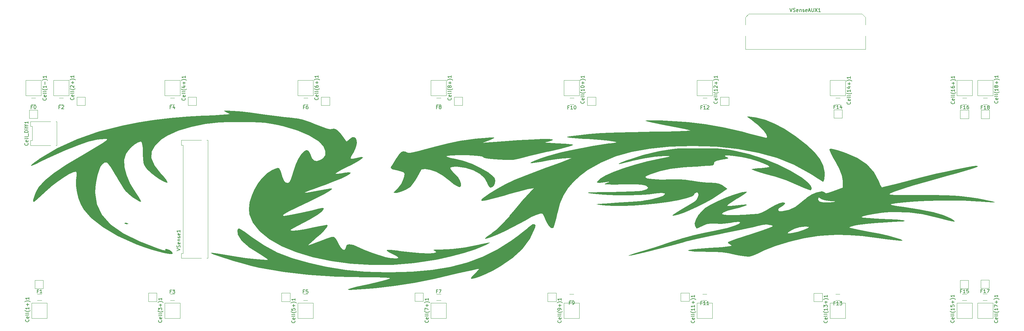
<source format=gbr>
%TF.GenerationSoftware,KiCad,Pcbnew,(6.0.7)*%
%TF.CreationDate,2023-02-26T17:44:05-06:00*%
%TF.ProjectId,Vsense,5673656e-7365-42e6-9b69-6361645f7063,rev?*%
%TF.SameCoordinates,Original*%
%TF.FileFunction,Legend,Top*%
%TF.FilePolarity,Positive*%
%FSLAX46Y46*%
G04 Gerber Fmt 4.6, Leading zero omitted, Abs format (unit mm)*
G04 Created by KiCad (PCBNEW (6.0.7)) date 2023-02-26 17:44:05*
%MOMM*%
%LPD*%
G01*
G04 APERTURE LIST*
%ADD10C,0.150000*%
%ADD11C,0.120000*%
G04 APERTURE END LIST*
D10*
%TO.C,F17*%
X344560476Y-161073571D02*
X344227142Y-161073571D01*
X344227142Y-161597380D02*
X344227142Y-160597380D01*
X344703333Y-160597380D01*
X345608095Y-161597380D02*
X345036666Y-161597380D01*
X345322380Y-161597380D02*
X345322380Y-160597380D01*
X345227142Y-160740238D01*
X345131904Y-160835476D01*
X345036666Y-160883095D01*
X345941428Y-160597380D02*
X346608095Y-160597380D01*
X346179523Y-161597380D01*
%TO.C,F14*%
X302440476Y-108228571D02*
X302107142Y-108228571D01*
X302107142Y-108752380D02*
X302107142Y-107752380D01*
X302583333Y-107752380D01*
X303488095Y-108752380D02*
X302916666Y-108752380D01*
X303202380Y-108752380D02*
X303202380Y-107752380D01*
X303107142Y-107895238D01*
X303011904Y-107990476D01*
X302916666Y-108038095D01*
X304345238Y-108085714D02*
X304345238Y-108752380D01*
X304107142Y-107704761D02*
X303869047Y-108419047D01*
X304488095Y-108419047D01*
%TO.C,F16*%
X338740476Y-108303571D02*
X338407142Y-108303571D01*
X338407142Y-108827380D02*
X338407142Y-107827380D01*
X338883333Y-107827380D01*
X339788095Y-108827380D02*
X339216666Y-108827380D01*
X339502380Y-108827380D02*
X339502380Y-107827380D01*
X339407142Y-107970238D01*
X339311904Y-108065476D01*
X339216666Y-108113095D01*
X340645238Y-107827380D02*
X340454761Y-107827380D01*
X340359523Y-107875000D01*
X340311904Y-107922619D01*
X340216666Y-108065476D01*
X340169047Y-108255952D01*
X340169047Y-108636904D01*
X340216666Y-108732142D01*
X340264285Y-108779761D01*
X340359523Y-108827380D01*
X340550000Y-108827380D01*
X340645238Y-108779761D01*
X340692857Y-108732142D01*
X340740476Y-108636904D01*
X340740476Y-108398809D01*
X340692857Y-108303571D01*
X340645238Y-108255952D01*
X340550000Y-108208333D01*
X340359523Y-108208333D01*
X340264285Y-108255952D01*
X340216666Y-108303571D01*
X340169047Y-108398809D01*
%TO.C,F7*%
X188616666Y-161153571D02*
X188283333Y-161153571D01*
X188283333Y-161677380D02*
X188283333Y-160677380D01*
X188759523Y-160677380D01*
X189045238Y-160677380D02*
X189711904Y-160677380D01*
X189283333Y-161677380D01*
%TO.C,VSense1*%
X113952380Y-149500000D02*
X114952380Y-149166666D01*
X113952380Y-148833333D01*
X114904761Y-148547619D02*
X114952380Y-148404761D01*
X114952380Y-148166666D01*
X114904761Y-148071428D01*
X114857142Y-148023809D01*
X114761904Y-147976190D01*
X114666666Y-147976190D01*
X114571428Y-148023809D01*
X114523809Y-148071428D01*
X114476190Y-148166666D01*
X114428571Y-148357142D01*
X114380952Y-148452380D01*
X114333333Y-148500000D01*
X114238095Y-148547619D01*
X114142857Y-148547619D01*
X114047619Y-148500000D01*
X114000000Y-148452380D01*
X113952380Y-148357142D01*
X113952380Y-148119047D01*
X114000000Y-147976190D01*
X114904761Y-147166666D02*
X114952380Y-147261904D01*
X114952380Y-147452380D01*
X114904761Y-147547619D01*
X114809523Y-147595238D01*
X114428571Y-147595238D01*
X114333333Y-147547619D01*
X114285714Y-147452380D01*
X114285714Y-147261904D01*
X114333333Y-147166666D01*
X114428571Y-147119047D01*
X114523809Y-147119047D01*
X114619047Y-147595238D01*
X114285714Y-146690476D02*
X114952380Y-146690476D01*
X114380952Y-146690476D02*
X114333333Y-146642857D01*
X114285714Y-146547619D01*
X114285714Y-146404761D01*
X114333333Y-146309523D01*
X114428571Y-146261904D01*
X114952380Y-146261904D01*
X114904761Y-145833333D02*
X114952380Y-145738095D01*
X114952380Y-145547619D01*
X114904761Y-145452380D01*
X114809523Y-145404761D01*
X114761904Y-145404761D01*
X114666666Y-145452380D01*
X114619047Y-145547619D01*
X114619047Y-145690476D01*
X114571428Y-145785714D01*
X114476190Y-145833333D01*
X114428571Y-145833333D01*
X114333333Y-145785714D01*
X114285714Y-145690476D01*
X114285714Y-145547619D01*
X114333333Y-145452380D01*
X114904761Y-144595238D02*
X114952380Y-144690476D01*
X114952380Y-144880952D01*
X114904761Y-144976190D01*
X114809523Y-145023809D01*
X114428571Y-145023809D01*
X114333333Y-144976190D01*
X114285714Y-144880952D01*
X114285714Y-144690476D01*
X114333333Y-144595238D01*
X114428571Y-144547619D01*
X114523809Y-144547619D01*
X114619047Y-145023809D01*
X114952380Y-143595238D02*
X114952380Y-144166666D01*
X114952380Y-143880952D02*
X113952380Y-143880952D01*
X114095238Y-143976190D01*
X114190476Y-144071428D01*
X114238095Y-144166666D01*
%TO.C,Cell(8+)1*%
X192482142Y-105655952D02*
X192529761Y-105703571D01*
X192577380Y-105846428D01*
X192577380Y-105941666D01*
X192529761Y-106084523D01*
X192434523Y-106179761D01*
X192339285Y-106227380D01*
X192148809Y-106275000D01*
X192005952Y-106275000D01*
X191815476Y-106227380D01*
X191720238Y-106179761D01*
X191625000Y-106084523D01*
X191577380Y-105941666D01*
X191577380Y-105846428D01*
X191625000Y-105703571D01*
X191672619Y-105655952D01*
X192529761Y-104846428D02*
X192577380Y-104941666D01*
X192577380Y-105132142D01*
X192529761Y-105227380D01*
X192434523Y-105275000D01*
X192053571Y-105275000D01*
X191958333Y-105227380D01*
X191910714Y-105132142D01*
X191910714Y-104941666D01*
X191958333Y-104846428D01*
X192053571Y-104798809D01*
X192148809Y-104798809D01*
X192244047Y-105275000D01*
X192577380Y-104227380D02*
X192529761Y-104322619D01*
X192434523Y-104370238D01*
X191577380Y-104370238D01*
X192577380Y-103703571D02*
X192529761Y-103798809D01*
X192434523Y-103846428D01*
X191577380Y-103846428D01*
X192958333Y-103036904D02*
X192910714Y-103084523D01*
X192767857Y-103179761D01*
X192672619Y-103227380D01*
X192529761Y-103275000D01*
X192291666Y-103322619D01*
X192101190Y-103322619D01*
X191863095Y-103275000D01*
X191720238Y-103227380D01*
X191625000Y-103179761D01*
X191482142Y-103084523D01*
X191434523Y-103036904D01*
X192005952Y-102513095D02*
X191958333Y-102608333D01*
X191910714Y-102655952D01*
X191815476Y-102703571D01*
X191767857Y-102703571D01*
X191672619Y-102655952D01*
X191625000Y-102608333D01*
X191577380Y-102513095D01*
X191577380Y-102322619D01*
X191625000Y-102227380D01*
X191672619Y-102179761D01*
X191767857Y-102132142D01*
X191815476Y-102132142D01*
X191910714Y-102179761D01*
X191958333Y-102227380D01*
X192005952Y-102322619D01*
X192005952Y-102513095D01*
X192053571Y-102608333D01*
X192101190Y-102655952D01*
X192196428Y-102703571D01*
X192386904Y-102703571D01*
X192482142Y-102655952D01*
X192529761Y-102608333D01*
X192577380Y-102513095D01*
X192577380Y-102322619D01*
X192529761Y-102227380D01*
X192482142Y-102179761D01*
X192386904Y-102132142D01*
X192196428Y-102132142D01*
X192101190Y-102179761D01*
X192053571Y-102227380D01*
X192005952Y-102322619D01*
X192196428Y-101703571D02*
X192196428Y-100941666D01*
X192577380Y-101322619D02*
X191815476Y-101322619D01*
X192958333Y-100560714D02*
X192910714Y-100513095D01*
X192767857Y-100417857D01*
X192672619Y-100370238D01*
X192529761Y-100322619D01*
X192291666Y-100275000D01*
X192101190Y-100275000D01*
X191863095Y-100322619D01*
X191720238Y-100370238D01*
X191625000Y-100417857D01*
X191482142Y-100513095D01*
X191434523Y-100560714D01*
X192577380Y-99275000D02*
X192577380Y-99846428D01*
X192577380Y-99560714D02*
X191577380Y-99560714D01*
X191720238Y-99655952D01*
X191815476Y-99751190D01*
X191863095Y-99846428D01*
%TO.C,Cell(3+)1*%
X109607142Y-169455952D02*
X109654761Y-169503571D01*
X109702380Y-169646428D01*
X109702380Y-169741666D01*
X109654761Y-169884523D01*
X109559523Y-169979761D01*
X109464285Y-170027380D01*
X109273809Y-170075000D01*
X109130952Y-170075000D01*
X108940476Y-170027380D01*
X108845238Y-169979761D01*
X108750000Y-169884523D01*
X108702380Y-169741666D01*
X108702380Y-169646428D01*
X108750000Y-169503571D01*
X108797619Y-169455952D01*
X109654761Y-168646428D02*
X109702380Y-168741666D01*
X109702380Y-168932142D01*
X109654761Y-169027380D01*
X109559523Y-169075000D01*
X109178571Y-169075000D01*
X109083333Y-169027380D01*
X109035714Y-168932142D01*
X109035714Y-168741666D01*
X109083333Y-168646428D01*
X109178571Y-168598809D01*
X109273809Y-168598809D01*
X109369047Y-169075000D01*
X109702380Y-168027380D02*
X109654761Y-168122619D01*
X109559523Y-168170238D01*
X108702380Y-168170238D01*
X109702380Y-167503571D02*
X109654761Y-167598809D01*
X109559523Y-167646428D01*
X108702380Y-167646428D01*
X110083333Y-166836904D02*
X110035714Y-166884523D01*
X109892857Y-166979761D01*
X109797619Y-167027380D01*
X109654761Y-167075000D01*
X109416666Y-167122619D01*
X109226190Y-167122619D01*
X108988095Y-167075000D01*
X108845238Y-167027380D01*
X108750000Y-166979761D01*
X108607142Y-166884523D01*
X108559523Y-166836904D01*
X108702380Y-166551190D02*
X108702380Y-165932142D01*
X109083333Y-166265476D01*
X109083333Y-166122619D01*
X109130952Y-166027380D01*
X109178571Y-165979761D01*
X109273809Y-165932142D01*
X109511904Y-165932142D01*
X109607142Y-165979761D01*
X109654761Y-166027380D01*
X109702380Y-166122619D01*
X109702380Y-166408333D01*
X109654761Y-166503571D01*
X109607142Y-166551190D01*
X109321428Y-165503571D02*
X109321428Y-164741666D01*
X109702380Y-165122619D02*
X108940476Y-165122619D01*
X110083333Y-164360714D02*
X110035714Y-164313095D01*
X109892857Y-164217857D01*
X109797619Y-164170238D01*
X109654761Y-164122619D01*
X109416666Y-164075000D01*
X109226190Y-164075000D01*
X108988095Y-164122619D01*
X108845238Y-164170238D01*
X108750000Y-164217857D01*
X108607142Y-164313095D01*
X108559523Y-164360714D01*
X109702380Y-163075000D02*
X109702380Y-163646428D01*
X109702380Y-163360714D02*
X108702380Y-163360714D01*
X108845238Y-163455952D01*
X108940476Y-163551190D01*
X108988095Y-163646428D01*
%TO.C,F9*%
X226691666Y-164453571D02*
X226358333Y-164453571D01*
X226358333Y-164977380D02*
X226358333Y-163977380D01*
X226834523Y-163977380D01*
X227263095Y-164977380D02*
X227453571Y-164977380D01*
X227548809Y-164929761D01*
X227596428Y-164882142D01*
X227691666Y-164739285D01*
X227739285Y-164548809D01*
X227739285Y-164167857D01*
X227691666Y-164072619D01*
X227644047Y-164025000D01*
X227548809Y-163977380D01*
X227358333Y-163977380D01*
X227263095Y-164025000D01*
X227215476Y-164072619D01*
X227167857Y-164167857D01*
X227167857Y-164405952D01*
X227215476Y-164501190D01*
X227263095Y-164548809D01*
X227358333Y-164596428D01*
X227548809Y-164596428D01*
X227644047Y-164548809D01*
X227691666Y-164501190D01*
X227739285Y-164405952D01*
%TO.C,F4*%
X112391666Y-108253571D02*
X112058333Y-108253571D01*
X112058333Y-108777380D02*
X112058333Y-107777380D01*
X112534523Y-107777380D01*
X113344047Y-108110714D02*
X113344047Y-108777380D01*
X113105952Y-107729761D02*
X112867857Y-108444047D01*
X113486904Y-108444047D01*
%TO.C,Cell(9+)1*%
X223932142Y-169555952D02*
X223979761Y-169603571D01*
X224027380Y-169746428D01*
X224027380Y-169841666D01*
X223979761Y-169984523D01*
X223884523Y-170079761D01*
X223789285Y-170127380D01*
X223598809Y-170175000D01*
X223455952Y-170175000D01*
X223265476Y-170127380D01*
X223170238Y-170079761D01*
X223075000Y-169984523D01*
X223027380Y-169841666D01*
X223027380Y-169746428D01*
X223075000Y-169603571D01*
X223122619Y-169555952D01*
X223979761Y-168746428D02*
X224027380Y-168841666D01*
X224027380Y-169032142D01*
X223979761Y-169127380D01*
X223884523Y-169175000D01*
X223503571Y-169175000D01*
X223408333Y-169127380D01*
X223360714Y-169032142D01*
X223360714Y-168841666D01*
X223408333Y-168746428D01*
X223503571Y-168698809D01*
X223598809Y-168698809D01*
X223694047Y-169175000D01*
X224027380Y-168127380D02*
X223979761Y-168222619D01*
X223884523Y-168270238D01*
X223027380Y-168270238D01*
X224027380Y-167603571D02*
X223979761Y-167698809D01*
X223884523Y-167746428D01*
X223027380Y-167746428D01*
X224408333Y-166936904D02*
X224360714Y-166984523D01*
X224217857Y-167079761D01*
X224122619Y-167127380D01*
X223979761Y-167175000D01*
X223741666Y-167222619D01*
X223551190Y-167222619D01*
X223313095Y-167175000D01*
X223170238Y-167127380D01*
X223075000Y-167079761D01*
X222932142Y-166984523D01*
X222884523Y-166936904D01*
X224027380Y-166508333D02*
X224027380Y-166317857D01*
X223979761Y-166222619D01*
X223932142Y-166175000D01*
X223789285Y-166079761D01*
X223598809Y-166032142D01*
X223217857Y-166032142D01*
X223122619Y-166079761D01*
X223075000Y-166127380D01*
X223027380Y-166222619D01*
X223027380Y-166413095D01*
X223075000Y-166508333D01*
X223122619Y-166555952D01*
X223217857Y-166603571D01*
X223455952Y-166603571D01*
X223551190Y-166555952D01*
X223598809Y-166508333D01*
X223646428Y-166413095D01*
X223646428Y-166222619D01*
X223598809Y-166127380D01*
X223551190Y-166079761D01*
X223455952Y-166032142D01*
X223646428Y-165603571D02*
X223646428Y-164841666D01*
X224027380Y-165222619D02*
X223265476Y-165222619D01*
X224408333Y-164460714D02*
X224360714Y-164413095D01*
X224217857Y-164317857D01*
X224122619Y-164270238D01*
X223979761Y-164222619D01*
X223741666Y-164175000D01*
X223551190Y-164175000D01*
X223313095Y-164222619D01*
X223170238Y-164270238D01*
X223075000Y-164317857D01*
X222932142Y-164413095D01*
X222884523Y-164460714D01*
X224027380Y-163175000D02*
X224027380Y-163746428D01*
X224027380Y-163460714D02*
X223027380Y-163460714D01*
X223170238Y-163555952D01*
X223265476Y-163651190D01*
X223313095Y-163746428D01*
%TO.C,Cell(16+)1*%
X336582142Y-106732142D02*
X336629761Y-106779761D01*
X336677380Y-106922619D01*
X336677380Y-107017857D01*
X336629761Y-107160714D01*
X336534523Y-107255952D01*
X336439285Y-107303571D01*
X336248809Y-107351190D01*
X336105952Y-107351190D01*
X335915476Y-107303571D01*
X335820238Y-107255952D01*
X335725000Y-107160714D01*
X335677380Y-107017857D01*
X335677380Y-106922619D01*
X335725000Y-106779761D01*
X335772619Y-106732142D01*
X336629761Y-105922619D02*
X336677380Y-106017857D01*
X336677380Y-106208333D01*
X336629761Y-106303571D01*
X336534523Y-106351190D01*
X336153571Y-106351190D01*
X336058333Y-106303571D01*
X336010714Y-106208333D01*
X336010714Y-106017857D01*
X336058333Y-105922619D01*
X336153571Y-105875000D01*
X336248809Y-105875000D01*
X336344047Y-106351190D01*
X336677380Y-105303571D02*
X336629761Y-105398809D01*
X336534523Y-105446428D01*
X335677380Y-105446428D01*
X336677380Y-104779761D02*
X336629761Y-104875000D01*
X336534523Y-104922619D01*
X335677380Y-104922619D01*
X337058333Y-104113095D02*
X337010714Y-104160714D01*
X336867857Y-104255952D01*
X336772619Y-104303571D01*
X336629761Y-104351190D01*
X336391666Y-104398809D01*
X336201190Y-104398809D01*
X335963095Y-104351190D01*
X335820238Y-104303571D01*
X335725000Y-104255952D01*
X335582142Y-104160714D01*
X335534523Y-104113095D01*
X336677380Y-103208333D02*
X336677380Y-103779761D01*
X336677380Y-103494047D02*
X335677380Y-103494047D01*
X335820238Y-103589285D01*
X335915476Y-103684523D01*
X335963095Y-103779761D01*
X335677380Y-102351190D02*
X335677380Y-102541666D01*
X335725000Y-102636904D01*
X335772619Y-102684523D01*
X335915476Y-102779761D01*
X336105952Y-102827380D01*
X336486904Y-102827380D01*
X336582142Y-102779761D01*
X336629761Y-102732142D01*
X336677380Y-102636904D01*
X336677380Y-102446428D01*
X336629761Y-102351190D01*
X336582142Y-102303571D01*
X336486904Y-102255952D01*
X336248809Y-102255952D01*
X336153571Y-102303571D01*
X336105952Y-102351190D01*
X336058333Y-102446428D01*
X336058333Y-102636904D01*
X336105952Y-102732142D01*
X336153571Y-102779761D01*
X336248809Y-102827380D01*
X336296428Y-101827380D02*
X336296428Y-101065476D01*
X336677380Y-101446428D02*
X335915476Y-101446428D01*
X337058333Y-100684523D02*
X337010714Y-100636904D01*
X336867857Y-100541666D01*
X336772619Y-100494047D01*
X336629761Y-100446428D01*
X336391666Y-100398809D01*
X336201190Y-100398809D01*
X335963095Y-100446428D01*
X335820238Y-100494047D01*
X335725000Y-100541666D01*
X335582142Y-100636904D01*
X335534523Y-100684523D01*
X336677380Y-99398809D02*
X336677380Y-99970238D01*
X336677380Y-99684523D02*
X335677380Y-99684523D01*
X335820238Y-99779761D01*
X335915476Y-99875000D01*
X335963095Y-99970238D01*
%TO.C,Cell(5+)1*%
X147732142Y-169605952D02*
X147779761Y-169653571D01*
X147827380Y-169796428D01*
X147827380Y-169891666D01*
X147779761Y-170034523D01*
X147684523Y-170129761D01*
X147589285Y-170177380D01*
X147398809Y-170225000D01*
X147255952Y-170225000D01*
X147065476Y-170177380D01*
X146970238Y-170129761D01*
X146875000Y-170034523D01*
X146827380Y-169891666D01*
X146827380Y-169796428D01*
X146875000Y-169653571D01*
X146922619Y-169605952D01*
X147779761Y-168796428D02*
X147827380Y-168891666D01*
X147827380Y-169082142D01*
X147779761Y-169177380D01*
X147684523Y-169225000D01*
X147303571Y-169225000D01*
X147208333Y-169177380D01*
X147160714Y-169082142D01*
X147160714Y-168891666D01*
X147208333Y-168796428D01*
X147303571Y-168748809D01*
X147398809Y-168748809D01*
X147494047Y-169225000D01*
X147827380Y-168177380D02*
X147779761Y-168272619D01*
X147684523Y-168320238D01*
X146827380Y-168320238D01*
X147827380Y-167653571D02*
X147779761Y-167748809D01*
X147684523Y-167796428D01*
X146827380Y-167796428D01*
X148208333Y-166986904D02*
X148160714Y-167034523D01*
X148017857Y-167129761D01*
X147922619Y-167177380D01*
X147779761Y-167225000D01*
X147541666Y-167272619D01*
X147351190Y-167272619D01*
X147113095Y-167225000D01*
X146970238Y-167177380D01*
X146875000Y-167129761D01*
X146732142Y-167034523D01*
X146684523Y-166986904D01*
X146827380Y-166129761D02*
X146827380Y-166605952D01*
X147303571Y-166653571D01*
X147255952Y-166605952D01*
X147208333Y-166510714D01*
X147208333Y-166272619D01*
X147255952Y-166177380D01*
X147303571Y-166129761D01*
X147398809Y-166082142D01*
X147636904Y-166082142D01*
X147732142Y-166129761D01*
X147779761Y-166177380D01*
X147827380Y-166272619D01*
X147827380Y-166510714D01*
X147779761Y-166605952D01*
X147732142Y-166653571D01*
X147446428Y-165653571D02*
X147446428Y-164891666D01*
X147827380Y-165272619D02*
X147065476Y-165272619D01*
X148208333Y-164510714D02*
X148160714Y-164463095D01*
X148017857Y-164367857D01*
X147922619Y-164320238D01*
X147779761Y-164272619D01*
X147541666Y-164225000D01*
X147351190Y-164225000D01*
X147113095Y-164272619D01*
X146970238Y-164320238D01*
X146875000Y-164367857D01*
X146732142Y-164463095D01*
X146684523Y-164510714D01*
X147827380Y-163225000D02*
X147827380Y-163796428D01*
X147827380Y-163510714D02*
X146827380Y-163510714D01*
X146970238Y-163605952D01*
X147065476Y-163701190D01*
X147113095Y-163796428D01*
%TO.C,Cell(2+)1*%
X84432142Y-105605952D02*
X84479761Y-105653571D01*
X84527380Y-105796428D01*
X84527380Y-105891666D01*
X84479761Y-106034523D01*
X84384523Y-106129761D01*
X84289285Y-106177380D01*
X84098809Y-106225000D01*
X83955952Y-106225000D01*
X83765476Y-106177380D01*
X83670238Y-106129761D01*
X83575000Y-106034523D01*
X83527380Y-105891666D01*
X83527380Y-105796428D01*
X83575000Y-105653571D01*
X83622619Y-105605952D01*
X84479761Y-104796428D02*
X84527380Y-104891666D01*
X84527380Y-105082142D01*
X84479761Y-105177380D01*
X84384523Y-105225000D01*
X84003571Y-105225000D01*
X83908333Y-105177380D01*
X83860714Y-105082142D01*
X83860714Y-104891666D01*
X83908333Y-104796428D01*
X84003571Y-104748809D01*
X84098809Y-104748809D01*
X84194047Y-105225000D01*
X84527380Y-104177380D02*
X84479761Y-104272619D01*
X84384523Y-104320238D01*
X83527380Y-104320238D01*
X84527380Y-103653571D02*
X84479761Y-103748809D01*
X84384523Y-103796428D01*
X83527380Y-103796428D01*
X84908333Y-102986904D02*
X84860714Y-103034523D01*
X84717857Y-103129761D01*
X84622619Y-103177380D01*
X84479761Y-103225000D01*
X84241666Y-103272619D01*
X84051190Y-103272619D01*
X83813095Y-103225000D01*
X83670238Y-103177380D01*
X83575000Y-103129761D01*
X83432142Y-103034523D01*
X83384523Y-102986904D01*
X83622619Y-102653571D02*
X83575000Y-102605952D01*
X83527380Y-102510714D01*
X83527380Y-102272619D01*
X83575000Y-102177380D01*
X83622619Y-102129761D01*
X83717857Y-102082142D01*
X83813095Y-102082142D01*
X83955952Y-102129761D01*
X84527380Y-102701190D01*
X84527380Y-102082142D01*
X84146428Y-101653571D02*
X84146428Y-100891666D01*
X84527380Y-101272619D02*
X83765476Y-101272619D01*
X84908333Y-100510714D02*
X84860714Y-100463095D01*
X84717857Y-100367857D01*
X84622619Y-100320238D01*
X84479761Y-100272619D01*
X84241666Y-100225000D01*
X84051190Y-100225000D01*
X83813095Y-100272619D01*
X83670238Y-100320238D01*
X83575000Y-100367857D01*
X83432142Y-100463095D01*
X83384523Y-100510714D01*
X84527380Y-99225000D02*
X84527380Y-99796428D01*
X84527380Y-99510714D02*
X83527380Y-99510714D01*
X83670238Y-99605952D01*
X83765476Y-99701190D01*
X83813095Y-99796428D01*
%TO.C,Cell(12+)1*%
X268657142Y-106657142D02*
X268704761Y-106704761D01*
X268752380Y-106847619D01*
X268752380Y-106942857D01*
X268704761Y-107085714D01*
X268609523Y-107180952D01*
X268514285Y-107228571D01*
X268323809Y-107276190D01*
X268180952Y-107276190D01*
X267990476Y-107228571D01*
X267895238Y-107180952D01*
X267800000Y-107085714D01*
X267752380Y-106942857D01*
X267752380Y-106847619D01*
X267800000Y-106704761D01*
X267847619Y-106657142D01*
X268704761Y-105847619D02*
X268752380Y-105942857D01*
X268752380Y-106133333D01*
X268704761Y-106228571D01*
X268609523Y-106276190D01*
X268228571Y-106276190D01*
X268133333Y-106228571D01*
X268085714Y-106133333D01*
X268085714Y-105942857D01*
X268133333Y-105847619D01*
X268228571Y-105800000D01*
X268323809Y-105800000D01*
X268419047Y-106276190D01*
X268752380Y-105228571D02*
X268704761Y-105323809D01*
X268609523Y-105371428D01*
X267752380Y-105371428D01*
X268752380Y-104704761D02*
X268704761Y-104800000D01*
X268609523Y-104847619D01*
X267752380Y-104847619D01*
X269133333Y-104038095D02*
X269085714Y-104085714D01*
X268942857Y-104180952D01*
X268847619Y-104228571D01*
X268704761Y-104276190D01*
X268466666Y-104323809D01*
X268276190Y-104323809D01*
X268038095Y-104276190D01*
X267895238Y-104228571D01*
X267800000Y-104180952D01*
X267657142Y-104085714D01*
X267609523Y-104038095D01*
X268752380Y-103133333D02*
X268752380Y-103704761D01*
X268752380Y-103419047D02*
X267752380Y-103419047D01*
X267895238Y-103514285D01*
X267990476Y-103609523D01*
X268038095Y-103704761D01*
X267847619Y-102752380D02*
X267800000Y-102704761D01*
X267752380Y-102609523D01*
X267752380Y-102371428D01*
X267800000Y-102276190D01*
X267847619Y-102228571D01*
X267942857Y-102180952D01*
X268038095Y-102180952D01*
X268180952Y-102228571D01*
X268752380Y-102800000D01*
X268752380Y-102180952D01*
X268371428Y-101752380D02*
X268371428Y-100990476D01*
X268752380Y-101371428D02*
X267990476Y-101371428D01*
X269133333Y-100609523D02*
X269085714Y-100561904D01*
X268942857Y-100466666D01*
X268847619Y-100419047D01*
X268704761Y-100371428D01*
X268466666Y-100323809D01*
X268276190Y-100323809D01*
X268038095Y-100371428D01*
X267895238Y-100419047D01*
X267800000Y-100466666D01*
X267657142Y-100561904D01*
X267609523Y-100609523D01*
X268752380Y-99323809D02*
X268752380Y-99895238D01*
X268752380Y-99609523D02*
X267752380Y-99609523D01*
X267895238Y-99704761D01*
X267990476Y-99800000D01*
X268038095Y-99895238D01*
%TO.C,VSenseAUX1*%
X289521428Y-79917380D02*
X289854761Y-80917380D01*
X290188095Y-79917380D01*
X290473809Y-80869761D02*
X290616666Y-80917380D01*
X290854761Y-80917380D01*
X290950000Y-80869761D01*
X290997619Y-80822142D01*
X291045238Y-80726904D01*
X291045238Y-80631666D01*
X290997619Y-80536428D01*
X290950000Y-80488809D01*
X290854761Y-80441190D01*
X290664285Y-80393571D01*
X290569047Y-80345952D01*
X290521428Y-80298333D01*
X290473809Y-80203095D01*
X290473809Y-80107857D01*
X290521428Y-80012619D01*
X290569047Y-79965000D01*
X290664285Y-79917380D01*
X290902380Y-79917380D01*
X291045238Y-79965000D01*
X291854761Y-80869761D02*
X291759523Y-80917380D01*
X291569047Y-80917380D01*
X291473809Y-80869761D01*
X291426190Y-80774523D01*
X291426190Y-80393571D01*
X291473809Y-80298333D01*
X291569047Y-80250714D01*
X291759523Y-80250714D01*
X291854761Y-80298333D01*
X291902380Y-80393571D01*
X291902380Y-80488809D01*
X291426190Y-80584047D01*
X292330952Y-80250714D02*
X292330952Y-80917380D01*
X292330952Y-80345952D02*
X292378571Y-80298333D01*
X292473809Y-80250714D01*
X292616666Y-80250714D01*
X292711904Y-80298333D01*
X292759523Y-80393571D01*
X292759523Y-80917380D01*
X293188095Y-80869761D02*
X293283333Y-80917380D01*
X293473809Y-80917380D01*
X293569047Y-80869761D01*
X293616666Y-80774523D01*
X293616666Y-80726904D01*
X293569047Y-80631666D01*
X293473809Y-80584047D01*
X293330952Y-80584047D01*
X293235714Y-80536428D01*
X293188095Y-80441190D01*
X293188095Y-80393571D01*
X293235714Y-80298333D01*
X293330952Y-80250714D01*
X293473809Y-80250714D01*
X293569047Y-80298333D01*
X294426190Y-80869761D02*
X294330952Y-80917380D01*
X294140476Y-80917380D01*
X294045238Y-80869761D01*
X293997619Y-80774523D01*
X293997619Y-80393571D01*
X294045238Y-80298333D01*
X294140476Y-80250714D01*
X294330952Y-80250714D01*
X294426190Y-80298333D01*
X294473809Y-80393571D01*
X294473809Y-80488809D01*
X293997619Y-80584047D01*
X294854761Y-80631666D02*
X295330952Y-80631666D01*
X294759523Y-80917380D02*
X295092857Y-79917380D01*
X295426190Y-80917380D01*
X295759523Y-79917380D02*
X295759523Y-80726904D01*
X295807142Y-80822142D01*
X295854761Y-80869761D01*
X295950000Y-80917380D01*
X296140476Y-80917380D01*
X296235714Y-80869761D01*
X296283333Y-80822142D01*
X296330952Y-80726904D01*
X296330952Y-79917380D01*
X296711904Y-79917380D02*
X297378571Y-80917380D01*
X297378571Y-79917380D02*
X296711904Y-80917380D01*
X298283333Y-80917380D02*
X297711904Y-80917380D01*
X297997619Y-80917380D02*
X297997619Y-79917380D01*
X297902380Y-80060238D01*
X297807142Y-80155476D01*
X297711904Y-80203095D01*
%TO.C,Cell_Diff1*%
X71312142Y-118659523D02*
X71359761Y-118707142D01*
X71407380Y-118850000D01*
X71407380Y-118945238D01*
X71359761Y-119088095D01*
X71264523Y-119183333D01*
X71169285Y-119230952D01*
X70978809Y-119278571D01*
X70835952Y-119278571D01*
X70645476Y-119230952D01*
X70550238Y-119183333D01*
X70455000Y-119088095D01*
X70407380Y-118945238D01*
X70407380Y-118850000D01*
X70455000Y-118707142D01*
X70502619Y-118659523D01*
X71359761Y-117850000D02*
X71407380Y-117945238D01*
X71407380Y-118135714D01*
X71359761Y-118230952D01*
X71264523Y-118278571D01*
X70883571Y-118278571D01*
X70788333Y-118230952D01*
X70740714Y-118135714D01*
X70740714Y-117945238D01*
X70788333Y-117850000D01*
X70883571Y-117802380D01*
X70978809Y-117802380D01*
X71074047Y-118278571D01*
X71407380Y-117230952D02*
X71359761Y-117326190D01*
X71264523Y-117373809D01*
X70407380Y-117373809D01*
X71407380Y-116707142D02*
X71359761Y-116802380D01*
X71264523Y-116850000D01*
X70407380Y-116850000D01*
X71502619Y-116564285D02*
X71502619Y-115802380D01*
X71407380Y-115564285D02*
X70407380Y-115564285D01*
X70407380Y-115326190D01*
X70455000Y-115183333D01*
X70550238Y-115088095D01*
X70645476Y-115040476D01*
X70835952Y-114992857D01*
X70978809Y-114992857D01*
X71169285Y-115040476D01*
X71264523Y-115088095D01*
X71359761Y-115183333D01*
X71407380Y-115326190D01*
X71407380Y-115564285D01*
X71407380Y-114564285D02*
X70740714Y-114564285D01*
X70407380Y-114564285D02*
X70455000Y-114611904D01*
X70502619Y-114564285D01*
X70455000Y-114516666D01*
X70407380Y-114564285D01*
X70502619Y-114564285D01*
X70740714Y-114230952D02*
X70740714Y-113850000D01*
X71407380Y-114088095D02*
X70550238Y-114088095D01*
X70455000Y-114040476D01*
X70407380Y-113945238D01*
X70407380Y-113850000D01*
X70740714Y-113659523D02*
X70740714Y-113278571D01*
X71407380Y-113516666D02*
X70550238Y-113516666D01*
X70455000Y-113469047D01*
X70407380Y-113373809D01*
X70407380Y-113278571D01*
X71407380Y-112421428D02*
X71407380Y-112992857D01*
X71407380Y-112707142D02*
X70407380Y-112707142D01*
X70550238Y-112802380D01*
X70645476Y-112897619D01*
X70693095Y-112992857D01*
%TO.C,F10*%
X226265476Y-108353571D02*
X225932142Y-108353571D01*
X225932142Y-108877380D02*
X225932142Y-107877380D01*
X226408333Y-107877380D01*
X227313095Y-108877380D02*
X226741666Y-108877380D01*
X227027380Y-108877380D02*
X227027380Y-107877380D01*
X226932142Y-108020238D01*
X226836904Y-108115476D01*
X226741666Y-108163095D01*
X227932142Y-107877380D02*
X228027380Y-107877380D01*
X228122619Y-107925000D01*
X228170238Y-107972619D01*
X228217857Y-108067857D01*
X228265476Y-108258333D01*
X228265476Y-108496428D01*
X228217857Y-108686904D01*
X228170238Y-108782142D01*
X228122619Y-108829761D01*
X228027380Y-108877380D01*
X227932142Y-108877380D01*
X227836904Y-108829761D01*
X227789285Y-108782142D01*
X227741666Y-108686904D01*
X227694047Y-108496428D01*
X227694047Y-108258333D01*
X227741666Y-108067857D01*
X227789285Y-107972619D01*
X227836904Y-107925000D01*
X227932142Y-107877380D01*
%TO.C,Cell(11+)1*%
X262132142Y-169607142D02*
X262179761Y-169654761D01*
X262227380Y-169797619D01*
X262227380Y-169892857D01*
X262179761Y-170035714D01*
X262084523Y-170130952D01*
X261989285Y-170178571D01*
X261798809Y-170226190D01*
X261655952Y-170226190D01*
X261465476Y-170178571D01*
X261370238Y-170130952D01*
X261275000Y-170035714D01*
X261227380Y-169892857D01*
X261227380Y-169797619D01*
X261275000Y-169654761D01*
X261322619Y-169607142D01*
X262179761Y-168797619D02*
X262227380Y-168892857D01*
X262227380Y-169083333D01*
X262179761Y-169178571D01*
X262084523Y-169226190D01*
X261703571Y-169226190D01*
X261608333Y-169178571D01*
X261560714Y-169083333D01*
X261560714Y-168892857D01*
X261608333Y-168797619D01*
X261703571Y-168750000D01*
X261798809Y-168750000D01*
X261894047Y-169226190D01*
X262227380Y-168178571D02*
X262179761Y-168273809D01*
X262084523Y-168321428D01*
X261227380Y-168321428D01*
X262227380Y-167654761D02*
X262179761Y-167750000D01*
X262084523Y-167797619D01*
X261227380Y-167797619D01*
X262608333Y-166988095D02*
X262560714Y-167035714D01*
X262417857Y-167130952D01*
X262322619Y-167178571D01*
X262179761Y-167226190D01*
X261941666Y-167273809D01*
X261751190Y-167273809D01*
X261513095Y-167226190D01*
X261370238Y-167178571D01*
X261275000Y-167130952D01*
X261132142Y-167035714D01*
X261084523Y-166988095D01*
X262227380Y-166083333D02*
X262227380Y-166654761D01*
X262227380Y-166369047D02*
X261227380Y-166369047D01*
X261370238Y-166464285D01*
X261465476Y-166559523D01*
X261513095Y-166654761D01*
X262227380Y-165130952D02*
X262227380Y-165702380D01*
X262227380Y-165416666D02*
X261227380Y-165416666D01*
X261370238Y-165511904D01*
X261465476Y-165607142D01*
X261513095Y-165702380D01*
X261846428Y-164702380D02*
X261846428Y-163940476D01*
X262227380Y-164321428D02*
X261465476Y-164321428D01*
X262608333Y-163559523D02*
X262560714Y-163511904D01*
X262417857Y-163416666D01*
X262322619Y-163369047D01*
X262179761Y-163321428D01*
X261941666Y-163273809D01*
X261751190Y-163273809D01*
X261513095Y-163321428D01*
X261370238Y-163369047D01*
X261275000Y-163416666D01*
X261132142Y-163511904D01*
X261084523Y-163559523D01*
X262227380Y-162273809D02*
X262227380Y-162845238D01*
X262227380Y-162559523D02*
X261227380Y-162559523D01*
X261370238Y-162654761D01*
X261465476Y-162750000D01*
X261513095Y-162845238D01*
%TO.C,F12*%
X264365476Y-108378571D02*
X264032142Y-108378571D01*
X264032142Y-108902380D02*
X264032142Y-107902380D01*
X264508333Y-107902380D01*
X265413095Y-108902380D02*
X264841666Y-108902380D01*
X265127380Y-108902380D02*
X265127380Y-107902380D01*
X265032142Y-108045238D01*
X264936904Y-108140476D01*
X264841666Y-108188095D01*
X265794047Y-107997619D02*
X265841666Y-107950000D01*
X265936904Y-107902380D01*
X266175000Y-107902380D01*
X266270238Y-107950000D01*
X266317857Y-107997619D01*
X266365476Y-108092857D01*
X266365476Y-108188095D01*
X266317857Y-108330952D01*
X265746428Y-108902380D01*
X266365476Y-108902380D01*
%TO.C,F0*%
X72591666Y-108253571D02*
X72258333Y-108253571D01*
X72258333Y-108777380D02*
X72258333Y-107777380D01*
X72734523Y-107777380D01*
X73305952Y-107777380D02*
X73401190Y-107777380D01*
X73496428Y-107825000D01*
X73544047Y-107872619D01*
X73591666Y-107967857D01*
X73639285Y-108158333D01*
X73639285Y-108396428D01*
X73591666Y-108586904D01*
X73544047Y-108682142D01*
X73496428Y-108729761D01*
X73401190Y-108777380D01*
X73305952Y-108777380D01*
X73210714Y-108729761D01*
X73163095Y-108682142D01*
X73115476Y-108586904D01*
X73067857Y-108396428D01*
X73067857Y-108158333D01*
X73115476Y-107967857D01*
X73163095Y-107872619D01*
X73210714Y-107825000D01*
X73305952Y-107777380D01*
%TO.C,Cell(13+)1*%
X300132142Y-169582142D02*
X300179761Y-169629761D01*
X300227380Y-169772619D01*
X300227380Y-169867857D01*
X300179761Y-170010714D01*
X300084523Y-170105952D01*
X299989285Y-170153571D01*
X299798809Y-170201190D01*
X299655952Y-170201190D01*
X299465476Y-170153571D01*
X299370238Y-170105952D01*
X299275000Y-170010714D01*
X299227380Y-169867857D01*
X299227380Y-169772619D01*
X299275000Y-169629761D01*
X299322619Y-169582142D01*
X300179761Y-168772619D02*
X300227380Y-168867857D01*
X300227380Y-169058333D01*
X300179761Y-169153571D01*
X300084523Y-169201190D01*
X299703571Y-169201190D01*
X299608333Y-169153571D01*
X299560714Y-169058333D01*
X299560714Y-168867857D01*
X299608333Y-168772619D01*
X299703571Y-168725000D01*
X299798809Y-168725000D01*
X299894047Y-169201190D01*
X300227380Y-168153571D02*
X300179761Y-168248809D01*
X300084523Y-168296428D01*
X299227380Y-168296428D01*
X300227380Y-167629761D02*
X300179761Y-167725000D01*
X300084523Y-167772619D01*
X299227380Y-167772619D01*
X300608333Y-166963095D02*
X300560714Y-167010714D01*
X300417857Y-167105952D01*
X300322619Y-167153571D01*
X300179761Y-167201190D01*
X299941666Y-167248809D01*
X299751190Y-167248809D01*
X299513095Y-167201190D01*
X299370238Y-167153571D01*
X299275000Y-167105952D01*
X299132142Y-167010714D01*
X299084523Y-166963095D01*
X300227380Y-166058333D02*
X300227380Y-166629761D01*
X300227380Y-166344047D02*
X299227380Y-166344047D01*
X299370238Y-166439285D01*
X299465476Y-166534523D01*
X299513095Y-166629761D01*
X299227380Y-165725000D02*
X299227380Y-165105952D01*
X299608333Y-165439285D01*
X299608333Y-165296428D01*
X299655952Y-165201190D01*
X299703571Y-165153571D01*
X299798809Y-165105952D01*
X300036904Y-165105952D01*
X300132142Y-165153571D01*
X300179761Y-165201190D01*
X300227380Y-165296428D01*
X300227380Y-165582142D01*
X300179761Y-165677380D01*
X300132142Y-165725000D01*
X299846428Y-164677380D02*
X299846428Y-163915476D01*
X300227380Y-164296428D02*
X299465476Y-164296428D01*
X300608333Y-163534523D02*
X300560714Y-163486904D01*
X300417857Y-163391666D01*
X300322619Y-163344047D01*
X300179761Y-163296428D01*
X299941666Y-163248809D01*
X299751190Y-163248809D01*
X299513095Y-163296428D01*
X299370238Y-163344047D01*
X299275000Y-163391666D01*
X299132142Y-163486904D01*
X299084523Y-163534523D01*
X300227380Y-162248809D02*
X300227380Y-162820238D01*
X300227380Y-162534523D02*
X299227380Y-162534523D01*
X299370238Y-162629761D01*
X299465476Y-162725000D01*
X299513095Y-162820238D01*
%TO.C,F3*%
X112366666Y-161228571D02*
X112033333Y-161228571D01*
X112033333Y-161752380D02*
X112033333Y-160752380D01*
X112509523Y-160752380D01*
X112795238Y-160752380D02*
X113414285Y-160752380D01*
X113080952Y-161133333D01*
X113223809Y-161133333D01*
X113319047Y-161180952D01*
X113366666Y-161228571D01*
X113414285Y-161323809D01*
X113414285Y-161561904D01*
X113366666Y-161657142D01*
X113319047Y-161704761D01*
X113223809Y-161752380D01*
X112938095Y-161752380D01*
X112842857Y-161704761D01*
X112795238Y-161657142D01*
%TO.C,F8*%
X188616666Y-108253571D02*
X188283333Y-108253571D01*
X188283333Y-108777380D02*
X188283333Y-107777380D01*
X188759523Y-107777380D01*
X189283333Y-108205952D02*
X189188095Y-108158333D01*
X189140476Y-108110714D01*
X189092857Y-108015476D01*
X189092857Y-107967857D01*
X189140476Y-107872619D01*
X189188095Y-107825000D01*
X189283333Y-107777380D01*
X189473809Y-107777380D01*
X189569047Y-107825000D01*
X189616666Y-107872619D01*
X189664285Y-107967857D01*
X189664285Y-108015476D01*
X189616666Y-108110714D01*
X189569047Y-108158333D01*
X189473809Y-108205952D01*
X189283333Y-108205952D01*
X189188095Y-108253571D01*
X189140476Y-108301190D01*
X189092857Y-108396428D01*
X189092857Y-108586904D01*
X189140476Y-108682142D01*
X189188095Y-108729761D01*
X189283333Y-108777380D01*
X189473809Y-108777380D01*
X189569047Y-108729761D01*
X189616666Y-108682142D01*
X189664285Y-108586904D01*
X189664285Y-108396428D01*
X189616666Y-108301190D01*
X189569047Y-108253571D01*
X189473809Y-108205952D01*
%TO.C,F1*%
X74316666Y-161153571D02*
X73983333Y-161153571D01*
X73983333Y-161677380D02*
X73983333Y-160677380D01*
X74459523Y-160677380D01*
X75364285Y-161677380D02*
X74792857Y-161677380D01*
X75078571Y-161677380D02*
X75078571Y-160677380D01*
X74983333Y-160820238D01*
X74888095Y-160915476D01*
X74792857Y-160963095D01*
%TO.C,Cell(6+)1*%
X154382142Y-105605952D02*
X154429761Y-105653571D01*
X154477380Y-105796428D01*
X154477380Y-105891666D01*
X154429761Y-106034523D01*
X154334523Y-106129761D01*
X154239285Y-106177380D01*
X154048809Y-106225000D01*
X153905952Y-106225000D01*
X153715476Y-106177380D01*
X153620238Y-106129761D01*
X153525000Y-106034523D01*
X153477380Y-105891666D01*
X153477380Y-105796428D01*
X153525000Y-105653571D01*
X153572619Y-105605952D01*
X154429761Y-104796428D02*
X154477380Y-104891666D01*
X154477380Y-105082142D01*
X154429761Y-105177380D01*
X154334523Y-105225000D01*
X153953571Y-105225000D01*
X153858333Y-105177380D01*
X153810714Y-105082142D01*
X153810714Y-104891666D01*
X153858333Y-104796428D01*
X153953571Y-104748809D01*
X154048809Y-104748809D01*
X154144047Y-105225000D01*
X154477380Y-104177380D02*
X154429761Y-104272619D01*
X154334523Y-104320238D01*
X153477380Y-104320238D01*
X154477380Y-103653571D02*
X154429761Y-103748809D01*
X154334523Y-103796428D01*
X153477380Y-103796428D01*
X154858333Y-102986904D02*
X154810714Y-103034523D01*
X154667857Y-103129761D01*
X154572619Y-103177380D01*
X154429761Y-103225000D01*
X154191666Y-103272619D01*
X154001190Y-103272619D01*
X153763095Y-103225000D01*
X153620238Y-103177380D01*
X153525000Y-103129761D01*
X153382142Y-103034523D01*
X153334523Y-102986904D01*
X153477380Y-102177380D02*
X153477380Y-102367857D01*
X153525000Y-102463095D01*
X153572619Y-102510714D01*
X153715476Y-102605952D01*
X153905952Y-102653571D01*
X154286904Y-102653571D01*
X154382142Y-102605952D01*
X154429761Y-102558333D01*
X154477380Y-102463095D01*
X154477380Y-102272619D01*
X154429761Y-102177380D01*
X154382142Y-102129761D01*
X154286904Y-102082142D01*
X154048809Y-102082142D01*
X153953571Y-102129761D01*
X153905952Y-102177380D01*
X153858333Y-102272619D01*
X153858333Y-102463095D01*
X153905952Y-102558333D01*
X153953571Y-102605952D01*
X154048809Y-102653571D01*
X154096428Y-101653571D02*
X154096428Y-100891666D01*
X154477380Y-101272619D02*
X153715476Y-101272619D01*
X154858333Y-100510714D02*
X154810714Y-100463095D01*
X154667857Y-100367857D01*
X154572619Y-100320238D01*
X154429761Y-100272619D01*
X154191666Y-100225000D01*
X154001190Y-100225000D01*
X153763095Y-100272619D01*
X153620238Y-100320238D01*
X153525000Y-100367857D01*
X153382142Y-100463095D01*
X153334523Y-100510714D01*
X154477380Y-99225000D02*
X154477380Y-99796428D01*
X154477380Y-99510714D02*
X153477380Y-99510714D01*
X153620238Y-99605952D01*
X153715476Y-99701190D01*
X153763095Y-99796428D01*
%TO.C,F11*%
X264315476Y-164503571D02*
X263982142Y-164503571D01*
X263982142Y-165027380D02*
X263982142Y-164027380D01*
X264458333Y-164027380D01*
X265363095Y-165027380D02*
X264791666Y-165027380D01*
X265077380Y-165027380D02*
X265077380Y-164027380D01*
X264982142Y-164170238D01*
X264886904Y-164265476D01*
X264791666Y-164313095D01*
X266315476Y-165027380D02*
X265744047Y-165027380D01*
X266029761Y-165027380D02*
X266029761Y-164027380D01*
X265934523Y-164170238D01*
X265839285Y-164265476D01*
X265744047Y-164313095D01*
%TO.C,Cell(18+)1*%
X349007142Y-106557142D02*
X349054761Y-106604761D01*
X349102380Y-106747619D01*
X349102380Y-106842857D01*
X349054761Y-106985714D01*
X348959523Y-107080952D01*
X348864285Y-107128571D01*
X348673809Y-107176190D01*
X348530952Y-107176190D01*
X348340476Y-107128571D01*
X348245238Y-107080952D01*
X348150000Y-106985714D01*
X348102380Y-106842857D01*
X348102380Y-106747619D01*
X348150000Y-106604761D01*
X348197619Y-106557142D01*
X349054761Y-105747619D02*
X349102380Y-105842857D01*
X349102380Y-106033333D01*
X349054761Y-106128571D01*
X348959523Y-106176190D01*
X348578571Y-106176190D01*
X348483333Y-106128571D01*
X348435714Y-106033333D01*
X348435714Y-105842857D01*
X348483333Y-105747619D01*
X348578571Y-105700000D01*
X348673809Y-105700000D01*
X348769047Y-106176190D01*
X349102380Y-105128571D02*
X349054761Y-105223809D01*
X348959523Y-105271428D01*
X348102380Y-105271428D01*
X349102380Y-104604761D02*
X349054761Y-104700000D01*
X348959523Y-104747619D01*
X348102380Y-104747619D01*
X349483333Y-103938095D02*
X349435714Y-103985714D01*
X349292857Y-104080952D01*
X349197619Y-104128571D01*
X349054761Y-104176190D01*
X348816666Y-104223809D01*
X348626190Y-104223809D01*
X348388095Y-104176190D01*
X348245238Y-104128571D01*
X348150000Y-104080952D01*
X348007142Y-103985714D01*
X347959523Y-103938095D01*
X349102380Y-103033333D02*
X349102380Y-103604761D01*
X349102380Y-103319047D02*
X348102380Y-103319047D01*
X348245238Y-103414285D01*
X348340476Y-103509523D01*
X348388095Y-103604761D01*
X348530952Y-102461904D02*
X348483333Y-102557142D01*
X348435714Y-102604761D01*
X348340476Y-102652380D01*
X348292857Y-102652380D01*
X348197619Y-102604761D01*
X348150000Y-102557142D01*
X348102380Y-102461904D01*
X348102380Y-102271428D01*
X348150000Y-102176190D01*
X348197619Y-102128571D01*
X348292857Y-102080952D01*
X348340476Y-102080952D01*
X348435714Y-102128571D01*
X348483333Y-102176190D01*
X348530952Y-102271428D01*
X348530952Y-102461904D01*
X348578571Y-102557142D01*
X348626190Y-102604761D01*
X348721428Y-102652380D01*
X348911904Y-102652380D01*
X349007142Y-102604761D01*
X349054761Y-102557142D01*
X349102380Y-102461904D01*
X349102380Y-102271428D01*
X349054761Y-102176190D01*
X349007142Y-102128571D01*
X348911904Y-102080952D01*
X348721428Y-102080952D01*
X348626190Y-102128571D01*
X348578571Y-102176190D01*
X348530952Y-102271428D01*
X348721428Y-101652380D02*
X348721428Y-100890476D01*
X349102380Y-101271428D02*
X348340476Y-101271428D01*
X349483333Y-100509523D02*
X349435714Y-100461904D01*
X349292857Y-100366666D01*
X349197619Y-100319047D01*
X349054761Y-100271428D01*
X348816666Y-100223809D01*
X348626190Y-100223809D01*
X348388095Y-100271428D01*
X348245238Y-100319047D01*
X348150000Y-100366666D01*
X348007142Y-100461904D01*
X347959523Y-100509523D01*
X349102380Y-99223809D02*
X349102380Y-99795238D01*
X349102380Y-99509523D02*
X348102380Y-99509523D01*
X348245238Y-99604761D01*
X348340476Y-99700000D01*
X348388095Y-99795238D01*
%TO.C,F18*%
X344640476Y-108328571D02*
X344307142Y-108328571D01*
X344307142Y-108852380D02*
X344307142Y-107852380D01*
X344783333Y-107852380D01*
X345688095Y-108852380D02*
X345116666Y-108852380D01*
X345402380Y-108852380D02*
X345402380Y-107852380D01*
X345307142Y-107995238D01*
X345211904Y-108090476D01*
X345116666Y-108138095D01*
X346259523Y-108280952D02*
X346164285Y-108233333D01*
X346116666Y-108185714D01*
X346069047Y-108090476D01*
X346069047Y-108042857D01*
X346116666Y-107947619D01*
X346164285Y-107900000D01*
X346259523Y-107852380D01*
X346450000Y-107852380D01*
X346545238Y-107900000D01*
X346592857Y-107947619D01*
X346640476Y-108042857D01*
X346640476Y-108090476D01*
X346592857Y-108185714D01*
X346545238Y-108233333D01*
X346450000Y-108280952D01*
X346259523Y-108280952D01*
X346164285Y-108328571D01*
X346116666Y-108376190D01*
X346069047Y-108471428D01*
X346069047Y-108661904D01*
X346116666Y-108757142D01*
X346164285Y-108804761D01*
X346259523Y-108852380D01*
X346450000Y-108852380D01*
X346545238Y-108804761D01*
X346592857Y-108757142D01*
X346640476Y-108661904D01*
X346640476Y-108471428D01*
X346592857Y-108376190D01*
X346545238Y-108328571D01*
X346450000Y-108280952D01*
%TO.C,F15*%
X338690476Y-161103571D02*
X338357142Y-161103571D01*
X338357142Y-161627380D02*
X338357142Y-160627380D01*
X338833333Y-160627380D01*
X339738095Y-161627380D02*
X339166666Y-161627380D01*
X339452380Y-161627380D02*
X339452380Y-160627380D01*
X339357142Y-160770238D01*
X339261904Y-160865476D01*
X339166666Y-160913095D01*
X340642857Y-160627380D02*
X340166666Y-160627380D01*
X340119047Y-161103571D01*
X340166666Y-161055952D01*
X340261904Y-161008333D01*
X340500000Y-161008333D01*
X340595238Y-161055952D01*
X340642857Y-161103571D01*
X340690476Y-161198809D01*
X340690476Y-161436904D01*
X340642857Y-161532142D01*
X340595238Y-161579761D01*
X340500000Y-161627380D01*
X340261904Y-161627380D01*
X340166666Y-161579761D01*
X340119047Y-161532142D01*
%TO.C,Cell(10+)1*%
X230532142Y-106632142D02*
X230579761Y-106679761D01*
X230627380Y-106822619D01*
X230627380Y-106917857D01*
X230579761Y-107060714D01*
X230484523Y-107155952D01*
X230389285Y-107203571D01*
X230198809Y-107251190D01*
X230055952Y-107251190D01*
X229865476Y-107203571D01*
X229770238Y-107155952D01*
X229675000Y-107060714D01*
X229627380Y-106917857D01*
X229627380Y-106822619D01*
X229675000Y-106679761D01*
X229722619Y-106632142D01*
X230579761Y-105822619D02*
X230627380Y-105917857D01*
X230627380Y-106108333D01*
X230579761Y-106203571D01*
X230484523Y-106251190D01*
X230103571Y-106251190D01*
X230008333Y-106203571D01*
X229960714Y-106108333D01*
X229960714Y-105917857D01*
X230008333Y-105822619D01*
X230103571Y-105775000D01*
X230198809Y-105775000D01*
X230294047Y-106251190D01*
X230627380Y-105203571D02*
X230579761Y-105298809D01*
X230484523Y-105346428D01*
X229627380Y-105346428D01*
X230627380Y-104679761D02*
X230579761Y-104775000D01*
X230484523Y-104822619D01*
X229627380Y-104822619D01*
X231008333Y-104013095D02*
X230960714Y-104060714D01*
X230817857Y-104155952D01*
X230722619Y-104203571D01*
X230579761Y-104251190D01*
X230341666Y-104298809D01*
X230151190Y-104298809D01*
X229913095Y-104251190D01*
X229770238Y-104203571D01*
X229675000Y-104155952D01*
X229532142Y-104060714D01*
X229484523Y-104013095D01*
X230627380Y-103108333D02*
X230627380Y-103679761D01*
X230627380Y-103394047D02*
X229627380Y-103394047D01*
X229770238Y-103489285D01*
X229865476Y-103584523D01*
X229913095Y-103679761D01*
X229627380Y-102489285D02*
X229627380Y-102394047D01*
X229675000Y-102298809D01*
X229722619Y-102251190D01*
X229817857Y-102203571D01*
X230008333Y-102155952D01*
X230246428Y-102155952D01*
X230436904Y-102203571D01*
X230532142Y-102251190D01*
X230579761Y-102298809D01*
X230627380Y-102394047D01*
X230627380Y-102489285D01*
X230579761Y-102584523D01*
X230532142Y-102632142D01*
X230436904Y-102679761D01*
X230246428Y-102727380D01*
X230008333Y-102727380D01*
X229817857Y-102679761D01*
X229722619Y-102632142D01*
X229675000Y-102584523D01*
X229627380Y-102489285D01*
X230246428Y-101727380D02*
X230246428Y-100965476D01*
X230627380Y-101346428D02*
X229865476Y-101346428D01*
X231008333Y-100584523D02*
X230960714Y-100536904D01*
X230817857Y-100441666D01*
X230722619Y-100394047D01*
X230579761Y-100346428D01*
X230341666Y-100298809D01*
X230151190Y-100298809D01*
X229913095Y-100346428D01*
X229770238Y-100394047D01*
X229675000Y-100441666D01*
X229532142Y-100536904D01*
X229484523Y-100584523D01*
X230627380Y-99298809D02*
X230627380Y-99870238D01*
X230627380Y-99584523D02*
X229627380Y-99584523D01*
X229770238Y-99679761D01*
X229865476Y-99775000D01*
X229913095Y-99870238D01*
%TO.C,Cell(1-)1*%
X76507142Y-105705952D02*
X76554761Y-105753571D01*
X76602380Y-105896428D01*
X76602380Y-105991666D01*
X76554761Y-106134523D01*
X76459523Y-106229761D01*
X76364285Y-106277380D01*
X76173809Y-106325000D01*
X76030952Y-106325000D01*
X75840476Y-106277380D01*
X75745238Y-106229761D01*
X75650000Y-106134523D01*
X75602380Y-105991666D01*
X75602380Y-105896428D01*
X75650000Y-105753571D01*
X75697619Y-105705952D01*
X76554761Y-104896428D02*
X76602380Y-104991666D01*
X76602380Y-105182142D01*
X76554761Y-105277380D01*
X76459523Y-105325000D01*
X76078571Y-105325000D01*
X75983333Y-105277380D01*
X75935714Y-105182142D01*
X75935714Y-104991666D01*
X75983333Y-104896428D01*
X76078571Y-104848809D01*
X76173809Y-104848809D01*
X76269047Y-105325000D01*
X76602380Y-104277380D02*
X76554761Y-104372619D01*
X76459523Y-104420238D01*
X75602380Y-104420238D01*
X76602380Y-103753571D02*
X76554761Y-103848809D01*
X76459523Y-103896428D01*
X75602380Y-103896428D01*
X76983333Y-103086904D02*
X76935714Y-103134523D01*
X76792857Y-103229761D01*
X76697619Y-103277380D01*
X76554761Y-103325000D01*
X76316666Y-103372619D01*
X76126190Y-103372619D01*
X75888095Y-103325000D01*
X75745238Y-103277380D01*
X75650000Y-103229761D01*
X75507142Y-103134523D01*
X75459523Y-103086904D01*
X76602380Y-102182142D02*
X76602380Y-102753571D01*
X76602380Y-102467857D02*
X75602380Y-102467857D01*
X75745238Y-102563095D01*
X75840476Y-102658333D01*
X75888095Y-102753571D01*
X76221428Y-101753571D02*
X76221428Y-100991666D01*
X76983333Y-100610714D02*
X76935714Y-100563095D01*
X76792857Y-100467857D01*
X76697619Y-100420238D01*
X76554761Y-100372619D01*
X76316666Y-100325000D01*
X76126190Y-100325000D01*
X75888095Y-100372619D01*
X75745238Y-100420238D01*
X75650000Y-100467857D01*
X75507142Y-100563095D01*
X75459523Y-100610714D01*
X76602380Y-99325000D02*
X76602380Y-99896428D01*
X76602380Y-99610714D02*
X75602380Y-99610714D01*
X75745238Y-99705952D01*
X75840476Y-99801190D01*
X75888095Y-99896428D01*
%TO.C,F13*%
X302415476Y-164553571D02*
X302082142Y-164553571D01*
X302082142Y-165077380D02*
X302082142Y-164077380D01*
X302558333Y-164077380D01*
X303463095Y-165077380D02*
X302891666Y-165077380D01*
X303177380Y-165077380D02*
X303177380Y-164077380D01*
X303082142Y-164220238D01*
X302986904Y-164315476D01*
X302891666Y-164363095D01*
X303796428Y-164077380D02*
X304415476Y-164077380D01*
X304082142Y-164458333D01*
X304225000Y-164458333D01*
X304320238Y-164505952D01*
X304367857Y-164553571D01*
X304415476Y-164648809D01*
X304415476Y-164886904D01*
X304367857Y-164982142D01*
X304320238Y-165029761D01*
X304225000Y-165077380D01*
X303939285Y-165077380D01*
X303844047Y-165029761D01*
X303796428Y-164982142D01*
%TO.C,Cell(7+)1*%
X185932142Y-169530952D02*
X185979761Y-169578571D01*
X186027380Y-169721428D01*
X186027380Y-169816666D01*
X185979761Y-169959523D01*
X185884523Y-170054761D01*
X185789285Y-170102380D01*
X185598809Y-170150000D01*
X185455952Y-170150000D01*
X185265476Y-170102380D01*
X185170238Y-170054761D01*
X185075000Y-169959523D01*
X185027380Y-169816666D01*
X185027380Y-169721428D01*
X185075000Y-169578571D01*
X185122619Y-169530952D01*
X185979761Y-168721428D02*
X186027380Y-168816666D01*
X186027380Y-169007142D01*
X185979761Y-169102380D01*
X185884523Y-169150000D01*
X185503571Y-169150000D01*
X185408333Y-169102380D01*
X185360714Y-169007142D01*
X185360714Y-168816666D01*
X185408333Y-168721428D01*
X185503571Y-168673809D01*
X185598809Y-168673809D01*
X185694047Y-169150000D01*
X186027380Y-168102380D02*
X185979761Y-168197619D01*
X185884523Y-168245238D01*
X185027380Y-168245238D01*
X186027380Y-167578571D02*
X185979761Y-167673809D01*
X185884523Y-167721428D01*
X185027380Y-167721428D01*
X186408333Y-166911904D02*
X186360714Y-166959523D01*
X186217857Y-167054761D01*
X186122619Y-167102380D01*
X185979761Y-167150000D01*
X185741666Y-167197619D01*
X185551190Y-167197619D01*
X185313095Y-167150000D01*
X185170238Y-167102380D01*
X185075000Y-167054761D01*
X184932142Y-166959523D01*
X184884523Y-166911904D01*
X185027380Y-166626190D02*
X185027380Y-165959523D01*
X186027380Y-166388095D01*
X185646428Y-165578571D02*
X185646428Y-164816666D01*
X186027380Y-165197619D02*
X185265476Y-165197619D01*
X186408333Y-164435714D02*
X186360714Y-164388095D01*
X186217857Y-164292857D01*
X186122619Y-164245238D01*
X185979761Y-164197619D01*
X185741666Y-164150000D01*
X185551190Y-164150000D01*
X185313095Y-164197619D01*
X185170238Y-164245238D01*
X185075000Y-164292857D01*
X184932142Y-164388095D01*
X184884523Y-164435714D01*
X186027380Y-163150000D02*
X186027380Y-163721428D01*
X186027380Y-163435714D02*
X185027380Y-163435714D01*
X185170238Y-163530952D01*
X185265476Y-163626190D01*
X185313095Y-163721428D01*
%TO.C,F5*%
X150491666Y-161203571D02*
X150158333Y-161203571D01*
X150158333Y-161727380D02*
X150158333Y-160727380D01*
X150634523Y-160727380D01*
X151491666Y-160727380D02*
X151015476Y-160727380D01*
X150967857Y-161203571D01*
X151015476Y-161155952D01*
X151110714Y-161108333D01*
X151348809Y-161108333D01*
X151444047Y-161155952D01*
X151491666Y-161203571D01*
X151539285Y-161298809D01*
X151539285Y-161536904D01*
X151491666Y-161632142D01*
X151444047Y-161679761D01*
X151348809Y-161727380D01*
X151110714Y-161727380D01*
X151015476Y-161679761D01*
X150967857Y-161632142D01*
%TO.C,Cell(17+)1*%
X348957142Y-169532142D02*
X349004761Y-169579761D01*
X349052380Y-169722619D01*
X349052380Y-169817857D01*
X349004761Y-169960714D01*
X348909523Y-170055952D01*
X348814285Y-170103571D01*
X348623809Y-170151190D01*
X348480952Y-170151190D01*
X348290476Y-170103571D01*
X348195238Y-170055952D01*
X348100000Y-169960714D01*
X348052380Y-169817857D01*
X348052380Y-169722619D01*
X348100000Y-169579761D01*
X348147619Y-169532142D01*
X349004761Y-168722619D02*
X349052380Y-168817857D01*
X349052380Y-169008333D01*
X349004761Y-169103571D01*
X348909523Y-169151190D01*
X348528571Y-169151190D01*
X348433333Y-169103571D01*
X348385714Y-169008333D01*
X348385714Y-168817857D01*
X348433333Y-168722619D01*
X348528571Y-168675000D01*
X348623809Y-168675000D01*
X348719047Y-169151190D01*
X349052380Y-168103571D02*
X349004761Y-168198809D01*
X348909523Y-168246428D01*
X348052380Y-168246428D01*
X349052380Y-167579761D02*
X349004761Y-167675000D01*
X348909523Y-167722619D01*
X348052380Y-167722619D01*
X349433333Y-166913095D02*
X349385714Y-166960714D01*
X349242857Y-167055952D01*
X349147619Y-167103571D01*
X349004761Y-167151190D01*
X348766666Y-167198809D01*
X348576190Y-167198809D01*
X348338095Y-167151190D01*
X348195238Y-167103571D01*
X348100000Y-167055952D01*
X347957142Y-166960714D01*
X347909523Y-166913095D01*
X349052380Y-166008333D02*
X349052380Y-166579761D01*
X349052380Y-166294047D02*
X348052380Y-166294047D01*
X348195238Y-166389285D01*
X348290476Y-166484523D01*
X348338095Y-166579761D01*
X348052380Y-165675000D02*
X348052380Y-165008333D01*
X349052380Y-165436904D01*
X348671428Y-164627380D02*
X348671428Y-163865476D01*
X349052380Y-164246428D02*
X348290476Y-164246428D01*
X349433333Y-163484523D02*
X349385714Y-163436904D01*
X349242857Y-163341666D01*
X349147619Y-163294047D01*
X349004761Y-163246428D01*
X348766666Y-163198809D01*
X348576190Y-163198809D01*
X348338095Y-163246428D01*
X348195238Y-163294047D01*
X348100000Y-163341666D01*
X347957142Y-163436904D01*
X347909523Y-163484523D01*
X349052380Y-162198809D02*
X349052380Y-162770238D01*
X349052380Y-162484523D02*
X348052380Y-162484523D01*
X348195238Y-162579761D01*
X348290476Y-162675000D01*
X348338095Y-162770238D01*
%TO.C,Cell(15+)1*%
X336457142Y-169532142D02*
X336504761Y-169579761D01*
X336552380Y-169722619D01*
X336552380Y-169817857D01*
X336504761Y-169960714D01*
X336409523Y-170055952D01*
X336314285Y-170103571D01*
X336123809Y-170151190D01*
X335980952Y-170151190D01*
X335790476Y-170103571D01*
X335695238Y-170055952D01*
X335600000Y-169960714D01*
X335552380Y-169817857D01*
X335552380Y-169722619D01*
X335600000Y-169579761D01*
X335647619Y-169532142D01*
X336504761Y-168722619D02*
X336552380Y-168817857D01*
X336552380Y-169008333D01*
X336504761Y-169103571D01*
X336409523Y-169151190D01*
X336028571Y-169151190D01*
X335933333Y-169103571D01*
X335885714Y-169008333D01*
X335885714Y-168817857D01*
X335933333Y-168722619D01*
X336028571Y-168675000D01*
X336123809Y-168675000D01*
X336219047Y-169151190D01*
X336552380Y-168103571D02*
X336504761Y-168198809D01*
X336409523Y-168246428D01*
X335552380Y-168246428D01*
X336552380Y-167579761D02*
X336504761Y-167675000D01*
X336409523Y-167722619D01*
X335552380Y-167722619D01*
X336933333Y-166913095D02*
X336885714Y-166960714D01*
X336742857Y-167055952D01*
X336647619Y-167103571D01*
X336504761Y-167151190D01*
X336266666Y-167198809D01*
X336076190Y-167198809D01*
X335838095Y-167151190D01*
X335695238Y-167103571D01*
X335600000Y-167055952D01*
X335457142Y-166960714D01*
X335409523Y-166913095D01*
X336552380Y-166008333D02*
X336552380Y-166579761D01*
X336552380Y-166294047D02*
X335552380Y-166294047D01*
X335695238Y-166389285D01*
X335790476Y-166484523D01*
X335838095Y-166579761D01*
X335552380Y-165103571D02*
X335552380Y-165579761D01*
X336028571Y-165627380D01*
X335980952Y-165579761D01*
X335933333Y-165484523D01*
X335933333Y-165246428D01*
X335980952Y-165151190D01*
X336028571Y-165103571D01*
X336123809Y-165055952D01*
X336361904Y-165055952D01*
X336457142Y-165103571D01*
X336504761Y-165151190D01*
X336552380Y-165246428D01*
X336552380Y-165484523D01*
X336504761Y-165579761D01*
X336457142Y-165627380D01*
X336171428Y-164627380D02*
X336171428Y-163865476D01*
X336552380Y-164246428D02*
X335790476Y-164246428D01*
X336933333Y-163484523D02*
X336885714Y-163436904D01*
X336742857Y-163341666D01*
X336647619Y-163294047D01*
X336504761Y-163246428D01*
X336266666Y-163198809D01*
X336076190Y-163198809D01*
X335838095Y-163246428D01*
X335695238Y-163294047D01*
X335600000Y-163341666D01*
X335457142Y-163436904D01*
X335409523Y-163484523D01*
X336552380Y-162198809D02*
X336552380Y-162770238D01*
X336552380Y-162484523D02*
X335552380Y-162484523D01*
X335695238Y-162579761D01*
X335790476Y-162675000D01*
X335838095Y-162770238D01*
%TO.C,Cell(4+)1*%
X116307142Y-105730952D02*
X116354761Y-105778571D01*
X116402380Y-105921428D01*
X116402380Y-106016666D01*
X116354761Y-106159523D01*
X116259523Y-106254761D01*
X116164285Y-106302380D01*
X115973809Y-106350000D01*
X115830952Y-106350000D01*
X115640476Y-106302380D01*
X115545238Y-106254761D01*
X115450000Y-106159523D01*
X115402380Y-106016666D01*
X115402380Y-105921428D01*
X115450000Y-105778571D01*
X115497619Y-105730952D01*
X116354761Y-104921428D02*
X116402380Y-105016666D01*
X116402380Y-105207142D01*
X116354761Y-105302380D01*
X116259523Y-105350000D01*
X115878571Y-105350000D01*
X115783333Y-105302380D01*
X115735714Y-105207142D01*
X115735714Y-105016666D01*
X115783333Y-104921428D01*
X115878571Y-104873809D01*
X115973809Y-104873809D01*
X116069047Y-105350000D01*
X116402380Y-104302380D02*
X116354761Y-104397619D01*
X116259523Y-104445238D01*
X115402380Y-104445238D01*
X116402380Y-103778571D02*
X116354761Y-103873809D01*
X116259523Y-103921428D01*
X115402380Y-103921428D01*
X116783333Y-103111904D02*
X116735714Y-103159523D01*
X116592857Y-103254761D01*
X116497619Y-103302380D01*
X116354761Y-103350000D01*
X116116666Y-103397619D01*
X115926190Y-103397619D01*
X115688095Y-103350000D01*
X115545238Y-103302380D01*
X115450000Y-103254761D01*
X115307142Y-103159523D01*
X115259523Y-103111904D01*
X115735714Y-102302380D02*
X116402380Y-102302380D01*
X115354761Y-102540476D02*
X116069047Y-102778571D01*
X116069047Y-102159523D01*
X116021428Y-101778571D02*
X116021428Y-101016666D01*
X116402380Y-101397619D02*
X115640476Y-101397619D01*
X116783333Y-100635714D02*
X116735714Y-100588095D01*
X116592857Y-100492857D01*
X116497619Y-100445238D01*
X116354761Y-100397619D01*
X116116666Y-100350000D01*
X115926190Y-100350000D01*
X115688095Y-100397619D01*
X115545238Y-100445238D01*
X115450000Y-100492857D01*
X115307142Y-100588095D01*
X115259523Y-100635714D01*
X116402380Y-99350000D02*
X116402380Y-99921428D01*
X116402380Y-99635714D02*
X115402380Y-99635714D01*
X115545238Y-99730952D01*
X115640476Y-99826190D01*
X115688095Y-99921428D01*
%TO.C,Cell(1+)1*%
X71532142Y-169280952D02*
X71579761Y-169328571D01*
X71627380Y-169471428D01*
X71627380Y-169566666D01*
X71579761Y-169709523D01*
X71484523Y-169804761D01*
X71389285Y-169852380D01*
X71198809Y-169900000D01*
X71055952Y-169900000D01*
X70865476Y-169852380D01*
X70770238Y-169804761D01*
X70675000Y-169709523D01*
X70627380Y-169566666D01*
X70627380Y-169471428D01*
X70675000Y-169328571D01*
X70722619Y-169280952D01*
X71579761Y-168471428D02*
X71627380Y-168566666D01*
X71627380Y-168757142D01*
X71579761Y-168852380D01*
X71484523Y-168900000D01*
X71103571Y-168900000D01*
X71008333Y-168852380D01*
X70960714Y-168757142D01*
X70960714Y-168566666D01*
X71008333Y-168471428D01*
X71103571Y-168423809D01*
X71198809Y-168423809D01*
X71294047Y-168900000D01*
X71627380Y-167852380D02*
X71579761Y-167947619D01*
X71484523Y-167995238D01*
X70627380Y-167995238D01*
X71627380Y-167328571D02*
X71579761Y-167423809D01*
X71484523Y-167471428D01*
X70627380Y-167471428D01*
X72008333Y-166661904D02*
X71960714Y-166709523D01*
X71817857Y-166804761D01*
X71722619Y-166852380D01*
X71579761Y-166900000D01*
X71341666Y-166947619D01*
X71151190Y-166947619D01*
X70913095Y-166900000D01*
X70770238Y-166852380D01*
X70675000Y-166804761D01*
X70532142Y-166709523D01*
X70484523Y-166661904D01*
X71627380Y-165757142D02*
X71627380Y-166328571D01*
X71627380Y-166042857D02*
X70627380Y-166042857D01*
X70770238Y-166138095D01*
X70865476Y-166233333D01*
X70913095Y-166328571D01*
X71246428Y-165328571D02*
X71246428Y-164566666D01*
X71627380Y-164947619D02*
X70865476Y-164947619D01*
X72008333Y-164185714D02*
X71960714Y-164138095D01*
X71817857Y-164042857D01*
X71722619Y-163995238D01*
X71579761Y-163947619D01*
X71341666Y-163900000D01*
X71151190Y-163900000D01*
X70913095Y-163947619D01*
X70770238Y-163995238D01*
X70675000Y-164042857D01*
X70532142Y-164138095D01*
X70484523Y-164185714D01*
X71627380Y-162900000D02*
X71627380Y-163471428D01*
X71627380Y-163185714D02*
X70627380Y-163185714D01*
X70770238Y-163280952D01*
X70865476Y-163376190D01*
X70913095Y-163471428D01*
%TO.C,F6*%
X150541666Y-108278571D02*
X150208333Y-108278571D01*
X150208333Y-108802380D02*
X150208333Y-107802380D01*
X150684523Y-107802380D01*
X151494047Y-107802380D02*
X151303571Y-107802380D01*
X151208333Y-107850000D01*
X151160714Y-107897619D01*
X151065476Y-108040476D01*
X151017857Y-108230952D01*
X151017857Y-108611904D01*
X151065476Y-108707142D01*
X151113095Y-108754761D01*
X151208333Y-108802380D01*
X151398809Y-108802380D01*
X151494047Y-108754761D01*
X151541666Y-108707142D01*
X151589285Y-108611904D01*
X151589285Y-108373809D01*
X151541666Y-108278571D01*
X151494047Y-108230952D01*
X151398809Y-108183333D01*
X151208333Y-108183333D01*
X151113095Y-108230952D01*
X151065476Y-108278571D01*
X151017857Y-108373809D01*
%TO.C,Cell(14+)1*%
X306782142Y-106857142D02*
X306829761Y-106904761D01*
X306877380Y-107047619D01*
X306877380Y-107142857D01*
X306829761Y-107285714D01*
X306734523Y-107380952D01*
X306639285Y-107428571D01*
X306448809Y-107476190D01*
X306305952Y-107476190D01*
X306115476Y-107428571D01*
X306020238Y-107380952D01*
X305925000Y-107285714D01*
X305877380Y-107142857D01*
X305877380Y-107047619D01*
X305925000Y-106904761D01*
X305972619Y-106857142D01*
X306829761Y-106047619D02*
X306877380Y-106142857D01*
X306877380Y-106333333D01*
X306829761Y-106428571D01*
X306734523Y-106476190D01*
X306353571Y-106476190D01*
X306258333Y-106428571D01*
X306210714Y-106333333D01*
X306210714Y-106142857D01*
X306258333Y-106047619D01*
X306353571Y-106000000D01*
X306448809Y-106000000D01*
X306544047Y-106476190D01*
X306877380Y-105428571D02*
X306829761Y-105523809D01*
X306734523Y-105571428D01*
X305877380Y-105571428D01*
X306877380Y-104904761D02*
X306829761Y-105000000D01*
X306734523Y-105047619D01*
X305877380Y-105047619D01*
X307258333Y-104238095D02*
X307210714Y-104285714D01*
X307067857Y-104380952D01*
X306972619Y-104428571D01*
X306829761Y-104476190D01*
X306591666Y-104523809D01*
X306401190Y-104523809D01*
X306163095Y-104476190D01*
X306020238Y-104428571D01*
X305925000Y-104380952D01*
X305782142Y-104285714D01*
X305734523Y-104238095D01*
X306877380Y-103333333D02*
X306877380Y-103904761D01*
X306877380Y-103619047D02*
X305877380Y-103619047D01*
X306020238Y-103714285D01*
X306115476Y-103809523D01*
X306163095Y-103904761D01*
X306210714Y-102476190D02*
X306877380Y-102476190D01*
X305829761Y-102714285D02*
X306544047Y-102952380D01*
X306544047Y-102333333D01*
X306496428Y-101952380D02*
X306496428Y-101190476D01*
X306877380Y-101571428D02*
X306115476Y-101571428D01*
X307258333Y-100809523D02*
X307210714Y-100761904D01*
X307067857Y-100666666D01*
X306972619Y-100619047D01*
X306829761Y-100571428D01*
X306591666Y-100523809D01*
X306401190Y-100523809D01*
X306163095Y-100571428D01*
X306020238Y-100619047D01*
X305925000Y-100666666D01*
X305782142Y-100761904D01*
X305734523Y-100809523D01*
X306877380Y-99523809D02*
X306877380Y-100095238D01*
X306877380Y-99809523D02*
X305877380Y-99809523D01*
X306020238Y-99904761D01*
X306115476Y-100000000D01*
X306163095Y-100095238D01*
%TO.C,F2*%
X80554166Y-108278571D02*
X80220833Y-108278571D01*
X80220833Y-108802380D02*
X80220833Y-107802380D01*
X80697023Y-107802380D01*
X81030357Y-107897619D02*
X81077976Y-107850000D01*
X81173214Y-107802380D01*
X81411309Y-107802380D01*
X81506547Y-107850000D01*
X81554166Y-107897619D01*
X81601785Y-107992857D01*
X81601785Y-108088095D01*
X81554166Y-108230952D01*
X80982738Y-108802380D01*
X81601785Y-108802380D01*
D11*
%TO.C,PAD(14+)1*%
X305450000Y-105000000D02*
X301050000Y-105000000D01*
X301050000Y-105000000D02*
X301050000Y-100600000D01*
X301050000Y-100600000D02*
X305450000Y-100600000D01*
X305450000Y-100600000D02*
X305450000Y-105000000D01*
%TO.C,F17*%
X345977064Y-161915000D02*
X344772936Y-161915000D01*
X345977064Y-163735000D02*
X344772936Y-163735000D01*
%TO.C,F14*%
X302647936Y-105715000D02*
X303852064Y-105715000D01*
X302647936Y-107535000D02*
X303852064Y-107535000D01*
%TO.C,F16*%
X338947936Y-105715000D02*
X340152064Y-105715000D01*
X338947936Y-107535000D02*
X340152064Y-107535000D01*
%TO.C,G\u002A\u002A\u002A*%
G36*
X295777909Y-133387555D02*
G01*
X297220981Y-132746540D01*
X297696614Y-132644248D01*
X298484704Y-132474757D01*
X298638948Y-132470370D01*
X299403212Y-132662446D01*
X299535000Y-132870878D01*
X299794780Y-133013845D01*
X300645823Y-132833858D01*
X302075000Y-132352778D01*
X304615000Y-131434169D01*
X304615000Y-129491044D01*
X304364199Y-127926234D01*
X303627164Y-125994100D01*
X302710000Y-124238889D01*
X301884624Y-122788343D01*
X301317268Y-121734670D01*
X300987428Y-121015822D01*
X300874602Y-120569752D01*
X300958287Y-120334414D01*
X301217979Y-120247759D01*
X301388827Y-120240741D01*
X302112661Y-120389200D01*
X303476547Y-120780477D01*
X305199794Y-121333423D01*
X305390225Y-121397580D01*
X308831541Y-122874202D01*
X311590700Y-124738155D01*
X313653093Y-126976619D01*
X315004110Y-129576773D01*
X315127187Y-129942130D01*
X315409497Y-130667364D01*
X315700386Y-131158180D01*
X315888519Y-131294444D01*
X316493851Y-131165786D01*
X317952203Y-130810270D01*
X320081516Y-130273586D01*
X322699732Y-129601425D01*
X324546602Y-129121579D01*
X327846149Y-128287395D01*
X331255019Y-127472452D01*
X334574263Y-126719572D01*
X337604930Y-126071573D01*
X340148069Y-125571276D01*
X342004730Y-125261500D01*
X342861762Y-125179630D01*
X343357395Y-125251204D01*
X343096385Y-125480713D01*
X342014706Y-125890340D01*
X340048332Y-126502264D01*
X337133239Y-127338666D01*
X334618750Y-128035337D01*
X329306613Y-129514678D01*
X325044850Y-130749025D01*
X321811213Y-131745233D01*
X319583454Y-132510153D01*
X318342139Y-133049048D01*
X318046806Y-133237904D01*
X318060824Y-133369268D01*
X318560625Y-133453574D01*
X319722643Y-133501256D01*
X321723312Y-133522748D01*
X324739064Y-133528483D01*
X326452948Y-133528704D01*
X330670611Y-133546707D01*
X333912020Y-133607245D01*
X336467839Y-133720106D01*
X338628734Y-133895080D01*
X339222500Y-133958780D01*
X341342675Y-134235626D01*
X343579621Y-134586718D01*
X345654743Y-134959643D01*
X347289444Y-135301990D01*
X348205127Y-135561348D01*
X348278193Y-135662398D01*
X347582537Y-135661433D01*
X345970486Y-135574193D01*
X343763995Y-135418756D01*
X343307092Y-135383239D01*
X339306314Y-135157949D01*
X334900246Y-135100980D01*
X332237500Y-135134719D01*
X328766855Y-135245290D01*
X325364787Y-135428906D01*
X322323027Y-135662714D01*
X319933304Y-135923861D01*
X318487349Y-136189496D01*
X318395534Y-136219025D01*
X318680032Y-136379217D01*
X319909895Y-136630159D01*
X321821627Y-136918418D01*
X321888034Y-136927252D01*
X326571942Y-137648980D01*
X330566937Y-138467269D01*
X333405441Y-139263116D01*
X334646320Y-139757275D01*
X335737151Y-140307249D01*
X336489715Y-140797904D01*
X336715792Y-141114110D01*
X336526460Y-141172222D01*
X335812299Y-141042261D01*
X334355061Y-140696393D01*
X332428266Y-140200637D01*
X331754320Y-140020346D01*
X327544758Y-139062126D01*
X323530406Y-138532344D01*
X319529541Y-138410262D01*
X318086621Y-138460633D01*
X315982076Y-138637938D01*
X313782733Y-138931775D01*
X311828980Y-139282060D01*
X310461203Y-139628707D01*
X310012500Y-139885889D01*
X310590099Y-140026070D01*
X312101694Y-140172125D01*
X314140000Y-140288519D01*
X317655057Y-140447830D01*
X320069930Y-140584750D01*
X321550784Y-140712549D01*
X322263781Y-140844495D01*
X322395000Y-140947694D01*
X321861755Y-141128887D01*
X321098230Y-141172222D01*
X319378641Y-141233517D01*
X316914364Y-141393515D01*
X314128696Y-141616384D01*
X311444932Y-141866291D01*
X309286370Y-142107406D01*
X308289767Y-142256456D01*
X307052896Y-142558868D01*
X306520432Y-142818976D01*
X306520000Y-142824129D01*
X307057638Y-143014589D01*
X308508676Y-143347227D01*
X310630301Y-143769619D01*
X312393750Y-144092277D01*
X315213401Y-144638246D01*
X317750918Y-145215028D01*
X319815023Y-145768900D01*
X321214441Y-146246134D01*
X321757894Y-146593006D01*
X321662961Y-146695817D01*
X320977110Y-146665341D01*
X319358447Y-146492387D01*
X317056711Y-146206002D01*
X314606415Y-145875122D01*
X310121502Y-145313979D01*
X306362161Y-145007131D01*
X303003762Y-144944381D01*
X299721675Y-145115533D01*
X297544170Y-145339203D01*
X293423294Y-146002003D01*
X289207600Y-146981386D01*
X285314838Y-148163576D01*
X282162757Y-149434797D01*
X281752604Y-149640133D01*
X280233625Y-150370844D01*
X278855110Y-150932983D01*
X277869204Y-151226039D01*
X277727599Y-151244596D01*
X276622290Y-151164365D01*
X274937353Y-150875592D01*
X273693101Y-150597982D01*
X271778599Y-150179473D01*
X270021301Y-149956504D01*
X267841666Y-149868876D01*
X266564883Y-149857544D01*
X264197135Y-149821980D01*
X262200814Y-149745864D01*
X261131664Y-149659293D01*
X260261539Y-149506743D01*
X260483116Y-149364051D01*
X261198447Y-149215407D01*
X262503578Y-149042415D01*
X264587963Y-148852567D01*
X266705961Y-148705635D01*
X269943510Y-148490626D01*
X271965870Y-148299136D01*
X272825463Y-148125858D01*
X272865000Y-148081832D01*
X272570334Y-147831460D01*
X272071250Y-147511693D01*
X271762446Y-147245024D01*
X271922013Y-146975275D01*
X272703636Y-146615880D01*
X274261000Y-146080276D01*
X275087500Y-145812752D01*
X277478862Y-145032411D01*
X278967572Y-144535804D01*
X288860879Y-144535804D01*
X289485639Y-144544054D01*
X290486250Y-144375608D01*
X291994334Y-144010664D01*
X293433768Y-143546372D01*
X294522172Y-143091365D01*
X294977162Y-142754277D01*
X294910410Y-142673608D01*
X293866722Y-142581719D01*
X292409663Y-142781103D01*
X290928529Y-143198520D01*
X290085731Y-143581306D01*
X289066282Y-144225542D01*
X288860879Y-144535804D01*
X278967572Y-144535804D01*
X280010794Y-144187804D01*
X282027211Y-143499002D01*
X283658164Y-142918474D01*
X284467143Y-142566896D01*
X284571008Y-142356451D01*
X284086623Y-142199323D01*
X283827497Y-142146163D01*
X282923184Y-142039759D01*
X281872167Y-142120518D01*
X280345557Y-142429077D01*
X279110287Y-142729011D01*
X277029516Y-143210231D01*
X274252745Y-143800340D01*
X271229741Y-144405331D01*
X269677230Y-144700662D01*
X266392298Y-145360769D01*
X262831549Y-146153358D01*
X259596511Y-146942256D01*
X258564730Y-147216307D01*
X255127303Y-148144708D01*
X251846679Y-149003596D01*
X248880061Y-149754406D01*
X246384648Y-150358571D01*
X244517643Y-150777524D01*
X243436246Y-150972699D01*
X243242041Y-150975447D01*
X243568015Y-150790422D01*
X244698283Y-150387938D01*
X246430330Y-149837241D01*
X247579929Y-149492195D01*
X250349478Y-148649254D01*
X253388597Y-147681968D01*
X256100973Y-146780686D01*
X256438364Y-146664486D01*
X258933245Y-145878463D01*
X261718723Y-145121052D01*
X264264575Y-144534423D01*
X264693364Y-144451028D01*
X268447633Y-143698835D01*
X271504393Y-142980770D01*
X273695017Y-142340200D01*
X274811927Y-141848763D01*
X275267798Y-141422430D01*
X274925600Y-141262406D01*
X273667032Y-141354126D01*
X272309429Y-141540670D01*
X269820863Y-141787438D01*
X267965526Y-141768468D01*
X266700472Y-141727034D01*
X265633225Y-141938701D01*
X264523296Y-142387494D01*
X262805874Y-143166854D01*
X262371255Y-142525499D01*
X262219979Y-141723477D01*
X262544932Y-140638346D01*
X263266296Y-139409885D01*
X264304253Y-138177877D01*
X265407455Y-137208330D01*
X266844489Y-136311453D01*
X268833514Y-135311413D01*
X271100451Y-134324601D01*
X273371224Y-133467409D01*
X275371755Y-132856229D01*
X275984742Y-132716509D01*
X276841290Y-132577837D01*
X277177832Y-132631871D01*
X276953544Y-132927821D01*
X276127605Y-133514896D01*
X274659191Y-134442306D01*
X274441916Y-134576310D01*
X273157135Y-135390521D01*
X272173804Y-136057530D01*
X271644991Y-136471647D01*
X271595000Y-136542084D01*
X271729290Y-136646072D01*
X272303145Y-136654725D01*
X273573047Y-136555073D01*
X275795478Y-136334146D01*
X275881250Y-136325334D01*
X277059629Y-136271290D01*
X277237355Y-136431584D01*
X276480662Y-136765390D01*
X274855788Y-137231881D01*
X274115071Y-137413996D01*
X271719832Y-138055683D01*
X270341068Y-138590699D01*
X270031486Y-138991620D01*
X270665180Y-139208915D01*
X271958743Y-139274327D01*
X273997680Y-139261171D01*
X276347473Y-139186240D01*
X278573604Y-139066325D01*
X280241554Y-138918220D01*
X280814488Y-138816685D01*
X281568333Y-138488790D01*
X282686192Y-137895830D01*
X283665785Y-137322756D01*
X285173419Y-136490955D01*
X286489913Y-135929223D01*
X287487235Y-135677118D01*
X288037349Y-135774198D01*
X288105000Y-135951204D01*
X287733545Y-136473946D01*
X287172696Y-136835142D01*
X286400974Y-137374638D01*
X286203496Y-137863885D01*
X286566782Y-138171080D01*
X287311250Y-138189981D01*
X289337032Y-137731364D01*
X291119796Y-136895448D01*
X292750727Y-135638170D01*
X292914474Y-135482249D01*
X293636808Y-134876538D01*
X297663307Y-134876538D01*
X297946862Y-135400542D01*
X299066517Y-135651917D01*
X299171503Y-135662110D01*
X300836214Y-135678599D01*
X301870253Y-135556150D01*
X302555812Y-135376349D01*
X302158734Y-135309710D01*
X301358703Y-135299744D01*
X299586845Y-135083822D01*
X298693260Y-134763426D01*
X297696614Y-134234259D01*
X297663307Y-134876538D01*
X293636808Y-134876538D01*
X293866722Y-134683744D01*
X294295677Y-134324045D01*
X295777909Y-133387555D01*
G37*
G36*
X204752876Y-117063070D02*
G01*
X204873208Y-117087608D01*
X204653526Y-117301635D01*
X203773782Y-117713237D01*
X203395078Y-117864697D01*
X201645241Y-118541155D01*
X207390091Y-118104739D01*
X211828515Y-117794657D01*
X215615888Y-117584284D01*
X218610478Y-117478493D01*
X220670552Y-117482159D01*
X221654378Y-117600155D01*
X221680129Y-117613330D01*
X221488510Y-117883819D01*
X220442805Y-118188505D01*
X220390122Y-118198888D01*
X219546078Y-118377295D01*
X219406242Y-118491495D01*
X220135606Y-118574296D01*
X221899164Y-118658505D01*
X222904600Y-118698880D01*
X225092148Y-118810383D01*
X226728896Y-118940078D01*
X227449632Y-119057103D01*
X227181126Y-119321733D01*
X225899811Y-119753253D01*
X223737672Y-120314902D01*
X220826695Y-120969917D01*
X219842500Y-121175960D01*
X217349223Y-121729354D01*
X214844619Y-122347640D01*
X213320292Y-122767171D01*
X211602466Y-123237843D01*
X210281636Y-123449523D01*
X208831441Y-123466165D01*
X207922792Y-123422982D01*
X205039462Y-123251593D01*
X203200381Y-123109495D01*
X202188214Y-122971918D01*
X201785624Y-122814095D01*
X201745000Y-122718928D01*
X201267157Y-122431333D01*
X199773932Y-122242320D01*
X197175786Y-122144163D01*
X194865834Y-122125434D01*
X192424898Y-122172216D01*
X191225343Y-122317753D01*
X191266596Y-122562493D01*
X192548084Y-122906885D01*
X193609914Y-123108847D01*
X196045006Y-123718490D01*
X198608262Y-124655312D01*
X201052124Y-125797178D01*
X203129036Y-127021950D01*
X204591441Y-128207494D01*
X205004828Y-128730699D01*
X205193661Y-129381044D01*
X205109844Y-130106284D01*
X204815201Y-130777611D01*
X204371557Y-131266217D01*
X203840738Y-131443295D01*
X203711125Y-131426029D01*
X203369338Y-131145024D01*
X203026688Y-130543380D01*
X202828285Y-129986807D01*
X202069528Y-128631863D01*
X200676976Y-127420950D01*
X198804836Y-126431418D01*
X196607312Y-125740618D01*
X194238611Y-125425901D01*
X193713595Y-125414815D01*
X192773802Y-125467257D01*
X192337918Y-125673237D01*
X192408979Y-126105737D01*
X192990023Y-126837736D01*
X193807500Y-127671706D01*
X194569442Y-128565811D01*
X195101059Y-129471349D01*
X195375738Y-130286133D01*
X195366866Y-130907976D01*
X195047829Y-131234692D01*
X194740154Y-131252797D01*
X194205312Y-131013276D01*
X193343486Y-130444096D01*
X192309133Y-129650857D01*
X191905117Y-129314473D01*
X190121981Y-127975926D01*
X188330967Y-126968641D01*
X186623776Y-126335763D01*
X185116198Y-126120370D01*
X184148726Y-126162528D01*
X183965000Y-126212074D01*
X183818347Y-126619754D01*
X183432337Y-127349958D01*
X182887902Y-128274241D01*
X182265971Y-129264160D01*
X181647471Y-130191269D01*
X181113334Y-130927125D01*
X180744487Y-131343282D01*
X180720060Y-131362189D01*
X179556254Y-132029861D01*
X178182541Y-132586997D01*
X176933857Y-132907248D01*
X176535504Y-132940741D01*
X176026997Y-132871241D01*
X176187876Y-132584728D01*
X176560983Y-132293981D01*
X177424961Y-131448340D01*
X178215567Y-130286757D01*
X178838389Y-128963594D01*
X179092652Y-128154821D01*
X179203940Y-127455505D01*
X178949091Y-127046128D01*
X178123503Y-126750078D01*
X177226626Y-126544091D01*
X175699315Y-126138032D01*
X175176007Y-125745207D01*
X175391689Y-125297222D01*
X175621238Y-124966573D01*
X176030142Y-124307563D01*
X176536905Y-123452172D01*
X176626099Y-123298148D01*
X177198192Y-122400285D01*
X177769557Y-121656880D01*
X178228129Y-121211649D01*
X178276609Y-121181481D01*
X178868609Y-120962631D01*
X179508326Y-121123569D01*
X179774795Y-121247355D01*
X180224077Y-121410010D01*
X180803267Y-121437807D01*
X181712863Y-121295077D01*
X183153366Y-120946145D01*
X185325276Y-120355341D01*
X186271478Y-120091489D01*
X188949732Y-119375889D01*
X191647291Y-118711288D01*
X193983139Y-118188982D01*
X195135250Y-117967630D01*
X197188003Y-117666338D01*
X199521966Y-117393984D01*
X201791314Y-117181820D01*
X203650225Y-117061098D01*
X204752876Y-117063070D01*
G37*
G36*
X266462304Y-120137231D02*
G01*
X268706428Y-120189855D01*
X270443730Y-120307326D01*
X272055469Y-120514449D01*
X273732933Y-120801484D01*
X277845898Y-121748110D01*
X282012912Y-123076409D01*
X286043244Y-124706502D01*
X289746161Y-126558512D01*
X292930932Y-128552561D01*
X293814657Y-129211665D01*
X294796920Y-130095469D01*
X295486231Y-130934921D01*
X295724500Y-131507284D01*
X295683301Y-132034551D01*
X295392867Y-132156274D01*
X294604349Y-131937280D01*
X294370304Y-131860062D01*
X293267684Y-131431519D01*
X291790372Y-130777256D01*
X290565399Y-130189912D01*
X288684299Y-129380436D01*
X286468827Y-128606399D01*
X285093846Y-128215010D01*
X282796845Y-127606167D01*
X280792870Y-127009008D01*
X279318376Y-126500073D01*
X278609814Y-126155906D01*
X278580000Y-126106428D01*
X279140272Y-125972590D01*
X280540820Y-125833427D01*
X281120000Y-125794872D01*
X282707967Y-125649621D01*
X283593679Y-125469194D01*
X283660000Y-125412713D01*
X283181727Y-125021236D01*
X281932870Y-124463243D01*
X280192370Y-123837078D01*
X278239169Y-123241082D01*
X276352211Y-122773600D01*
X275942654Y-122691915D01*
X273646314Y-122317483D01*
X271955651Y-122150036D01*
X271013749Y-122186757D01*
X270963695Y-122424827D01*
X271707427Y-122775343D01*
X271925833Y-123000617D01*
X271167385Y-123234099D01*
X270119927Y-123413499D01*
X268547268Y-123722750D01*
X267885383Y-124086938D01*
X267785000Y-124446852D01*
X267709524Y-124822280D01*
X267284937Y-125041072D01*
X266214006Y-125168311D01*
X264199497Y-125269082D01*
X263989659Y-125277908D01*
X259275350Y-125568619D01*
X255499060Y-126024907D01*
X252375059Y-126686568D01*
X251050244Y-127080009D01*
X249491970Y-127639459D01*
X248422752Y-128121685D01*
X248100000Y-128380438D01*
X248684886Y-128749015D01*
X250291239Y-129001375D01*
X252696601Y-129116129D01*
X255402500Y-129082569D01*
X257818427Y-129030866D01*
X259513333Y-129110509D01*
X261006219Y-129351245D01*
X261330776Y-129422369D01*
X263349954Y-129746567D01*
X265746902Y-129959826D01*
X266364161Y-129986053D01*
X268249456Y-130082098D01*
X269374733Y-130306130D01*
X270249629Y-130775191D01*
X270466423Y-130928162D01*
X271653577Y-131785199D01*
X269047598Y-133533670D01*
X267218236Y-134677397D01*
X265168054Y-135821973D01*
X263031429Y-136907304D01*
X260942737Y-137873295D01*
X259036354Y-138659852D01*
X257446656Y-139206881D01*
X256308020Y-139454288D01*
X255872592Y-139425651D01*
X256036877Y-139184776D01*
X256780604Y-138657633D01*
X257958083Y-137944116D01*
X258388226Y-137700795D01*
X259899611Y-136838249D01*
X261259440Y-136026095D01*
X262205537Y-135421510D01*
X262296450Y-135357804D01*
X262845517Y-134803099D01*
X263201240Y-134140512D01*
X263342695Y-133499852D01*
X263248958Y-133010930D01*
X262899107Y-132803555D01*
X262705000Y-132823148D01*
X262212510Y-133147508D01*
X262070000Y-133539627D01*
X261484510Y-133989492D01*
X259879739Y-134493806D01*
X257483235Y-135017576D01*
X254522548Y-135525811D01*
X251225227Y-135983520D01*
X247818819Y-136355713D01*
X244530875Y-136607398D01*
X241588943Y-136703583D01*
X241493870Y-136703704D01*
X239176549Y-136664136D01*
X237003827Y-136560915D01*
X235270054Y-136417265D01*
X234269583Y-136256409D01*
X234201734Y-136128370D01*
X234902403Y-136056532D01*
X236551983Y-135945328D01*
X238839625Y-135815003D01*
X239697057Y-135770465D01*
X242559105Y-135598639D01*
X245301492Y-135389063D01*
X247393699Y-135182981D01*
X247624508Y-135154156D01*
X249735553Y-134784148D01*
X251684787Y-134285101D01*
X253149207Y-133756393D01*
X253805811Y-133297402D01*
X253815000Y-133249517D01*
X253554529Y-133013184D01*
X252647359Y-132965495D01*
X250904853Y-133109341D01*
X249119340Y-133321467D01*
X246521209Y-133523327D01*
X243190519Y-133608112D01*
X239590140Y-133581173D01*
X236182946Y-133447866D01*
X233431806Y-133213542D01*
X232860000Y-133133409D01*
X231974309Y-132984645D01*
X231631237Y-132880486D01*
X231979043Y-132807713D01*
X233165987Y-132753105D01*
X235340326Y-132703446D01*
X238257500Y-132652167D01*
X241335181Y-132587739D01*
X244019602Y-132508874D01*
X246014727Y-132425747D01*
X247006391Y-132351439D01*
X248455542Y-131944815D01*
X248915949Y-131392636D01*
X248438692Y-130915359D01*
X247857232Y-130702824D01*
X246962316Y-130574868D01*
X245476651Y-130514917D01*
X243122946Y-130506400D01*
X241734940Y-130514721D01*
X239010371Y-130531435D01*
X237361418Y-130520229D01*
X236594002Y-130463524D01*
X236514047Y-130343745D01*
X236927474Y-130143315D01*
X237055003Y-130090893D01*
X237776802Y-129775399D01*
X237595305Y-129720575D01*
X236392792Y-129877660D01*
X235024783Y-130021128D01*
X234261299Y-130010351D01*
X234260074Y-130009904D01*
X234299625Y-129743031D01*
X234774564Y-129205035D01*
X235133226Y-128886194D01*
X236631119Y-127970226D01*
X238985853Y-126921275D01*
X241937228Y-125830152D01*
X245225040Y-124787668D01*
X248589088Y-123884636D01*
X250961081Y-123362207D01*
X253333674Y-122893377D01*
X254694221Y-122601133D01*
X255155109Y-122443398D01*
X254828724Y-122378098D01*
X253827453Y-122363157D01*
X253630953Y-122362670D01*
X250938229Y-122529273D01*
X247786939Y-123002491D01*
X244529793Y-123727050D01*
X243972500Y-123876311D01*
X241869414Y-124421477D01*
X240695468Y-124651500D01*
X240460930Y-124575938D01*
X241176065Y-124204345D01*
X242851142Y-123546277D01*
X243401755Y-123345107D01*
X247609607Y-122003108D01*
X251777217Y-121014368D01*
X252281858Y-120919467D01*
X254343098Y-120558702D01*
X256015997Y-120327317D01*
X257696354Y-120196839D01*
X259779969Y-120138793D01*
X262662641Y-120124705D01*
X263330104Y-120124648D01*
X266462304Y-120137231D01*
G37*
G36*
X279060000Y-111162130D02*
G01*
X279772666Y-111289091D01*
X282456181Y-111973227D01*
X285129896Y-113022290D01*
X287860469Y-114467777D01*
X290714555Y-116341184D01*
X291186720Y-116682448D01*
X294246203Y-119062542D01*
X296530701Y-121190131D01*
X298113312Y-123162834D01*
X299067133Y-125078269D01*
X299465261Y-127034055D01*
X299486632Y-127766667D01*
X299423385Y-128862859D01*
X299262049Y-129502755D01*
X298998287Y-129699142D01*
X298848324Y-129648148D01*
X298281136Y-129303615D01*
X297242067Y-128657255D01*
X295898620Y-127813652D01*
X294916916Y-127193514D01*
X290596626Y-124833593D01*
X285766883Y-122898696D01*
X280441790Y-121392095D01*
X274635454Y-120317063D01*
X268361977Y-119676874D01*
X261653636Y-119474753D01*
X255199721Y-119665889D01*
X249416801Y-120217527D01*
X244239833Y-121146777D01*
X239603771Y-122470750D01*
X235443572Y-124206557D01*
X231694192Y-126371307D01*
X229577293Y-127912689D01*
X227576789Y-129682910D01*
X225974938Y-131548107D01*
X224715203Y-133600674D01*
X223741043Y-135933007D01*
X222995922Y-138637500D01*
X222985377Y-138685096D01*
X222668510Y-140043785D01*
X222358631Y-141234832D01*
X222078411Y-142181142D01*
X221850524Y-142805625D01*
X221707798Y-143029211D01*
X221135231Y-143004314D01*
X220548864Y-142523296D01*
X219961879Y-141600298D01*
X219574262Y-140740287D01*
X219198745Y-139879904D01*
X218853704Y-139218375D01*
X218604223Y-138878022D01*
X218573887Y-138860081D01*
X218005223Y-138863564D01*
X217040092Y-139181027D01*
X215618557Y-139839205D01*
X213680682Y-140864830D01*
X212120243Y-141738660D01*
X210014854Y-142883411D01*
X207884898Y-143950244D01*
X205881543Y-144872028D01*
X204155953Y-145581633D01*
X202859297Y-146011930D01*
X202274088Y-146111111D01*
X202331350Y-145921852D01*
X202898080Y-145417582D01*
X203862591Y-144693559D01*
X204273250Y-144406018D01*
X205391600Y-143526167D01*
X206682756Y-142337261D01*
X207998210Y-140985315D01*
X209189454Y-139616341D01*
X209356345Y-139408333D01*
X210512641Y-137978186D01*
X211772963Y-136468503D01*
X212990689Y-135052215D01*
X214019196Y-133902251D01*
X214085829Y-133830256D01*
X216207869Y-131544772D01*
X214481897Y-131875341D01*
X213260402Y-132159908D01*
X211355380Y-132661159D01*
X209067205Y-133298362D01*
X207509758Y-133749251D01*
X204604521Y-134579129D01*
X202591882Y-135083970D01*
X201429316Y-135257008D01*
X201074298Y-135091476D01*
X201484304Y-134580607D01*
X202616808Y-133717635D01*
X203501098Y-133111378D01*
X205650051Y-131756050D01*
X207955564Y-130500327D01*
X210612540Y-129255047D01*
X213815883Y-127931046D01*
X217760499Y-126439160D01*
X219342178Y-125864487D01*
X221895223Y-124934714D01*
X224076497Y-124121918D01*
X225744213Y-123480462D01*
X226756578Y-123064709D01*
X226996792Y-122929676D01*
X226200559Y-122919053D01*
X224583711Y-123063670D01*
X222480895Y-123323393D01*
X220226760Y-123658086D01*
X218668110Y-123928540D01*
X216903034Y-124224723D01*
X215624852Y-124375118D01*
X215219014Y-124368770D01*
X215388407Y-124126906D01*
X216351465Y-123672208D01*
X217902721Y-123082206D01*
X219836709Y-122434432D01*
X221947963Y-121806418D01*
X222176239Y-121743500D01*
X224173722Y-121254779D01*
X226845201Y-120678107D01*
X229859921Y-120076572D01*
X232887126Y-119513259D01*
X235596060Y-119051257D01*
X237655968Y-118753651D01*
X238106312Y-118705076D01*
X239363159Y-118534648D01*
X239845000Y-118370990D01*
X239243325Y-118182359D01*
X237553930Y-117956554D01*
X234950263Y-117711781D01*
X231605774Y-117466245D01*
X230637500Y-117404603D01*
X228358184Y-117243613D01*
X226578611Y-117080686D01*
X225668340Y-116949898D01*
X225652765Y-116944982D01*
X225893561Y-116787048D01*
X227193332Y-116569822D01*
X229360325Y-116315644D01*
X232202786Y-116046853D01*
X235528962Y-115785789D01*
X235717500Y-115772425D01*
X237657748Y-115673430D01*
X240556084Y-115573500D01*
X244100854Y-115481162D01*
X247980401Y-115404943D01*
X250462191Y-115368966D01*
X253999497Y-115314382D01*
X257021999Y-115246723D01*
X259333019Y-115172135D01*
X260735881Y-115096766D01*
X261068783Y-115037471D01*
X260401180Y-114856540D01*
X258841879Y-114516310D01*
X256634753Y-114068099D01*
X254420342Y-113638429D01*
X251890089Y-113137534D01*
X249842189Y-112694965D01*
X248505728Y-112362717D01*
X248100000Y-112203914D01*
X248677245Y-112099830D01*
X250229356Y-112080521D01*
X252486895Y-112136620D01*
X255180427Y-112258757D01*
X258040516Y-112437565D01*
X260482500Y-112634471D01*
X265394253Y-113241232D01*
X270643834Y-114174935D01*
X275874849Y-115368643D01*
X277864624Y-115899029D01*
X279940038Y-116455052D01*
X281622684Y-116864152D01*
X282671763Y-117069842D01*
X282887797Y-117077359D01*
X283016252Y-116743834D01*
X282722986Y-116089497D01*
X282094744Y-115224563D01*
X281218270Y-114259247D01*
X280180308Y-113303765D01*
X279493184Y-112764253D01*
X278451213Y-111981281D01*
X277681602Y-111362081D01*
X277329685Y-111024411D01*
X277321878Y-111004942D01*
X277810901Y-110989957D01*
X279060000Y-111162130D01*
G37*
G36*
X130170344Y-109385342D02*
G01*
X132613465Y-109605466D01*
X135441515Y-109917702D01*
X138387389Y-110296761D01*
X139546684Y-110462579D01*
X142278567Y-110845710D01*
X144858862Y-111172295D01*
X146856446Y-111388911D01*
X147353069Y-111429905D01*
X148777257Y-111598366D01*
X150227719Y-111944778D01*
X151964864Y-112542903D01*
X153626828Y-113206976D01*
X155639529Y-114004298D01*
X157028229Y-114462188D01*
X157924979Y-114619152D01*
X158317408Y-114574808D01*
X158940278Y-114485275D01*
X159533026Y-114661855D01*
X160176609Y-115159175D01*
X160951986Y-116031860D01*
X161473546Y-116704359D01*
X162618405Y-118224459D01*
X163498527Y-117425593D01*
X164193699Y-116966734D01*
X164763135Y-116912052D01*
X165188319Y-117197035D01*
X165450738Y-117757168D01*
X165531875Y-118527938D01*
X165413216Y-119444831D01*
X165076245Y-120443335D01*
X164610201Y-121299074D01*
X163996022Y-122275829D01*
X163726880Y-122861850D01*
X163828347Y-123121647D01*
X164325997Y-123119731D01*
X165245400Y-122920612D01*
X165252318Y-122918934D01*
X166725761Y-122628415D01*
X167335366Y-122680989D01*
X167082405Y-123075384D01*
X165968148Y-123810331D01*
X163993865Y-124884559D01*
X162560328Y-125610376D01*
X161073777Y-126376909D01*
X159978132Y-126995387D01*
X159426763Y-127376388D01*
X159404421Y-127450403D01*
X160115140Y-127431287D01*
X161449833Y-127233082D01*
X161680990Y-127190006D01*
X163129780Y-126987843D01*
X163736875Y-127080779D01*
X163561440Y-127432366D01*
X162662644Y-128006154D01*
X161099654Y-128765696D01*
X158931637Y-129674542D01*
X156217762Y-130696245D01*
X155675764Y-130889358D01*
X153599839Y-131638068D01*
X151943886Y-132264364D01*
X150879087Y-132701420D01*
X150573033Y-132881370D01*
X151221476Y-132829999D01*
X152664463Y-132601661D01*
X154508056Y-132261317D01*
X156417034Y-131910275D01*
X157839019Y-131688669D01*
X158450769Y-131644112D01*
X158332129Y-131916498D01*
X157497155Y-132496708D01*
X156041601Y-133330926D01*
X154061220Y-134365335D01*
X151651765Y-135546120D01*
X150749340Y-135972532D01*
X148063469Y-137248224D01*
X146149493Y-138203170D01*
X144948404Y-138872351D01*
X144401190Y-139290749D01*
X144448842Y-139493346D01*
X144755206Y-139525926D01*
X145766652Y-139400923D01*
X147595569Y-139057769D01*
X150011882Y-138544242D01*
X152785517Y-137908123D01*
X154278750Y-137548161D01*
X155466216Y-137282242D01*
X155943479Y-137287340D01*
X156025000Y-137507357D01*
X155575585Y-138267292D01*
X154217031Y-139312669D01*
X151933876Y-140654320D01*
X150335503Y-141493370D01*
X148736852Y-142322532D01*
X147464636Y-143009449D01*
X146677473Y-143466839D01*
X146500000Y-143603921D01*
X146997897Y-143762965D01*
X148412283Y-143662730D01*
X150624203Y-143316295D01*
X152574655Y-142936111D01*
X154583665Y-142531409D01*
X156147050Y-142237636D01*
X156949727Y-142113767D01*
X156972382Y-142112963D01*
X157200119Y-142315349D01*
X156911816Y-142887275D01*
X156150257Y-143775895D01*
X154958225Y-144928362D01*
X154035941Y-145740094D01*
X152987521Y-146650283D01*
X152165592Y-147391268D01*
X151679846Y-147862626D01*
X151595409Y-147974353D01*
X151991709Y-147878018D01*
X153033143Y-147502766D01*
X154521439Y-146921351D01*
X155070883Y-146699074D01*
X156988170Y-145961631D01*
X158257888Y-145584465D01*
X158965210Y-145543667D01*
X159058196Y-145579844D01*
X159413355Y-145942377D01*
X159865903Y-146631051D01*
X160326100Y-147506771D01*
X160388445Y-147641701D01*
X160895319Y-148520266D01*
X161427503Y-149072878D01*
X161904898Y-149266422D01*
X162247405Y-149067785D01*
X162375000Y-148462963D01*
X162637228Y-147834805D01*
X163375177Y-147635798D01*
X164515749Y-147870914D01*
X165430862Y-148255213D01*
X167474570Y-149171563D01*
X169725773Y-150053497D01*
X171939258Y-150816515D01*
X173869815Y-151376115D01*
X175272232Y-151647795D01*
X175276911Y-151648233D01*
X176897859Y-151725545D01*
X177453313Y-151549914D01*
X176963425Y-151112472D01*
X176752900Y-150998543D01*
X175530323Y-150366991D01*
X174673107Y-149926553D01*
X173977525Y-149477181D01*
X174180612Y-149272536D01*
X175353620Y-149305376D01*
X177567802Y-149568459D01*
X177835024Y-149605182D01*
X181014686Y-149986615D01*
X183803823Y-150211230D01*
X186043717Y-150280535D01*
X187575647Y-150196039D01*
X188240896Y-149959248D01*
X187880745Y-149571670D01*
X187751915Y-149510994D01*
X187440922Y-149290073D01*
X187978337Y-149190091D01*
X189443498Y-149167207D01*
X192928452Y-149034734D01*
X196341260Y-148608302D01*
X199844333Y-147895292D01*
X201654536Y-147493431D01*
X202996257Y-147234658D01*
X203559247Y-147175029D01*
X203341337Y-147392739D01*
X202517869Y-147851879D01*
X201794360Y-148204696D01*
X199360041Y-149169257D01*
X196141162Y-150199797D01*
X192528149Y-151183782D01*
X188911430Y-152008680D01*
X187940270Y-152197864D01*
X181807361Y-153103267D01*
X175670230Y-153562935D01*
X169622690Y-153600100D01*
X163758553Y-153237993D01*
X158171633Y-152499848D01*
X152955740Y-151408896D01*
X148204687Y-149988368D01*
X144012286Y-148261497D01*
X140472350Y-146251514D01*
X137678690Y-143981652D01*
X135725119Y-141475143D01*
X134760990Y-139028382D01*
X134620512Y-137412812D01*
X134839314Y-135645152D01*
X135371706Y-133806831D01*
X136171996Y-131979279D01*
X137194493Y-130243923D01*
X138393506Y-128682194D01*
X139723343Y-127375520D01*
X141138313Y-126405330D01*
X142073338Y-125996631D01*
X142876298Y-125768423D01*
X143281625Y-125862107D01*
X143557092Y-126348065D01*
X143575423Y-126391436D01*
X143833959Y-127082266D01*
X144132323Y-127986540D01*
X144295246Y-128527311D01*
X144686232Y-129439713D01*
X145198826Y-129956638D01*
X145793781Y-130048733D01*
X146141457Y-129907930D01*
X146337972Y-129606627D01*
X146629937Y-128927302D01*
X146983126Y-127959847D01*
X147363314Y-126794150D01*
X147505599Y-126325130D01*
X148108034Y-124582834D01*
X148791588Y-123097450D01*
X149524070Y-121917800D01*
X150273293Y-121092703D01*
X151007065Y-120670980D01*
X151262500Y-120627240D01*
X151662276Y-120820198D01*
X152029650Y-121353521D01*
X152221681Y-121887037D01*
X152648519Y-122967628D01*
X153267365Y-123592525D01*
X154068723Y-123758703D01*
X155043093Y-123463138D01*
X155771467Y-123017149D01*
X156449719Y-122119292D01*
X156497646Y-120956276D01*
X155951815Y-119663244D01*
X154848790Y-118375336D01*
X154417282Y-118012191D01*
X151862198Y-116463188D01*
X148411282Y-115018502D01*
X144434221Y-113821944D01*
X142564671Y-113401413D01*
X140647753Y-113031715D01*
X139094965Y-112797946D01*
X137510857Y-112669922D01*
X135499983Y-112617457D01*
X132666894Y-112610367D01*
X132212500Y-112611214D01*
X128749270Y-112645117D01*
X126119930Y-112745955D01*
X123893802Y-112937214D01*
X122213372Y-113156510D01*
X118185572Y-113961064D01*
X114426030Y-115113875D01*
X111284501Y-116493800D01*
X109685465Y-117495731D01*
X107771110Y-119279584D01*
X106789629Y-121081661D01*
X106738375Y-122978817D01*
X107614705Y-125047908D01*
X109348301Y-127291678D01*
X110233855Y-128307675D01*
X110910801Y-129166176D01*
X111303793Y-129765974D01*
X111360564Y-129994600D01*
X110941935Y-129991467D01*
X110146063Y-129645457D01*
X109109193Y-129043903D01*
X107967571Y-128274136D01*
X106857445Y-127423489D01*
X105915061Y-126579294D01*
X105723134Y-126381088D01*
X105121995Y-125673332D01*
X104710603Y-124989071D01*
X104454910Y-124213174D01*
X104320871Y-123230508D01*
X104274440Y-121925943D01*
X104272500Y-121475623D01*
X104229645Y-120057584D01*
X104105039Y-119017482D01*
X103904628Y-118386033D01*
X103637500Y-118193590D01*
X102838927Y-118475587D01*
X101879573Y-119096133D01*
X100898414Y-119936695D01*
X100034428Y-120878740D01*
X99442928Y-121771132D01*
X98950655Y-123482171D01*
X98999975Y-125520904D01*
X99570016Y-127793303D01*
X100639910Y-130205337D01*
X101707770Y-131975297D01*
X102487744Y-133168745D01*
X103114760Y-134191790D01*
X103541633Y-134962133D01*
X103721175Y-135397470D01*
X103707263Y-135462742D01*
X103240837Y-135356087D01*
X102446493Y-134921173D01*
X101476787Y-134265148D01*
X100484272Y-133495163D01*
X99621502Y-132718368D01*
X99279461Y-132352778D01*
X98780208Y-131688838D01*
X98112629Y-130685931D01*
X97354576Y-129466538D01*
X96583902Y-128153140D01*
X96378474Y-127788839D01*
X95670783Y-126575709D01*
X95000697Y-125524404D01*
X94428452Y-124722593D01*
X94014282Y-124257948D01*
X93902007Y-124184447D01*
X93304301Y-124189060D01*
X92722344Y-124612073D01*
X92175417Y-125401515D01*
X91682801Y-126505417D01*
X91263774Y-127871809D01*
X90937617Y-129448723D01*
X90723610Y-131184189D01*
X90641384Y-132973557D01*
X91101719Y-136233151D01*
X92560788Y-139218318D01*
X95055825Y-141961930D01*
X98624068Y-144496860D01*
X103302751Y-146855981D01*
X108719243Y-148933333D01*
X110115447Y-149367199D01*
X110741029Y-149456044D01*
X110717495Y-149325255D01*
X110644345Y-149002299D01*
X111098319Y-148991695D01*
X111842166Y-149256251D01*
X112495149Y-149734767D01*
X112831871Y-150217992D01*
X112698369Y-150477147D01*
X111919165Y-150457865D01*
X110448422Y-150177363D01*
X108516828Y-149697811D01*
X106355070Y-149081378D01*
X104193837Y-148390236D01*
X102263816Y-147686555D01*
X102099509Y-147620761D01*
X97070400Y-145307965D01*
X92791558Y-142769467D01*
X89429746Y-140117458D01*
X87270328Y-137644444D01*
X86479257Y-136190882D01*
X85824795Y-134456312D01*
X85347138Y-132609413D01*
X85086479Y-130818862D01*
X85083014Y-129253335D01*
X85154700Y-128766204D01*
X85280793Y-127879317D01*
X85274900Y-127205438D01*
X85141917Y-126853414D01*
X85067455Y-126826380D01*
X84222585Y-127035346D01*
X83020975Y-127616321D01*
X81561275Y-128502223D01*
X79942135Y-129625971D01*
X78262203Y-130920482D01*
X76620130Y-132318675D01*
X75621621Y-133249570D01*
X74640428Y-134178838D01*
X73799740Y-134932855D01*
X73215815Y-135409502D01*
X73036928Y-135519918D01*
X72855841Y-135404288D01*
X72875415Y-134930641D01*
X73060831Y-134203174D01*
X73377273Y-133326084D01*
X73789924Y-132403569D01*
X74263967Y-131539826D01*
X74474609Y-131217324D01*
X76181338Y-129329768D01*
X78861302Y-127167967D01*
X82491322Y-124749318D01*
X85387061Y-123026064D01*
X87401080Y-121859138D01*
X89356911Y-120703665D01*
X91056702Y-119677984D01*
X92302604Y-118900428D01*
X92501574Y-118770833D01*
X93559098Y-118043732D01*
X94003304Y-117632100D01*
X93892074Y-117452096D01*
X93435156Y-117418518D01*
X91317073Y-117624773D01*
X88705618Y-118245565D01*
X85591878Y-119283939D01*
X81966937Y-120742936D01*
X77821881Y-122625599D01*
X76933179Y-123051545D01*
X74967449Y-124000001D01*
X73645954Y-124630083D01*
X72840292Y-124996730D01*
X72422061Y-125154877D01*
X72262861Y-125159461D01*
X72234290Y-125065418D01*
X72234127Y-125062037D01*
X72515606Y-124759863D01*
X73275574Y-124158542D01*
X74370724Y-123369064D01*
X74815320Y-123062963D01*
X79795230Y-120083753D01*
X85377271Y-117510384D01*
X91548702Y-115347556D01*
X98296784Y-113599969D01*
X102889701Y-112705484D01*
X107239265Y-112054346D01*
X112155712Y-111474394D01*
X117108661Y-111020343D01*
X121567732Y-110746912D01*
X122052500Y-110728556D01*
X124527508Y-110633484D01*
X126679676Y-110534983D01*
X127997529Y-110457419D01*
X129025557Y-110345859D01*
X129004092Y-110157225D01*
X128371839Y-109880044D01*
X127626504Y-109508442D01*
X127507309Y-109322602D01*
X128379257Y-109282624D01*
X130170344Y-109385342D01*
G37*
G36*
X99510000Y-141525000D02*
G01*
X100115780Y-141736339D01*
X100145000Y-141774065D01*
X99653706Y-141875081D01*
X99510000Y-141877778D01*
X98899402Y-141696979D01*
X98875000Y-141628713D01*
X99264025Y-141488252D01*
X99510000Y-141525000D01*
G37*
G36*
X216704046Y-142245600D02*
G01*
X216626000Y-142877315D01*
X215054183Y-146155723D01*
X212902416Y-149069474D01*
X210107031Y-151683660D01*
X206604358Y-154063375D01*
X204606359Y-155165741D01*
X202643776Y-156125738D01*
X200864422Y-156891287D01*
X199419219Y-157405102D01*
X198459092Y-157609899D01*
X198227739Y-157586817D01*
X198247073Y-157315679D01*
X198656297Y-156747331D01*
X199177415Y-156194377D01*
X199882571Y-155479605D01*
X200353740Y-154949098D01*
X200474680Y-154759491D01*
X199981987Y-154812440D01*
X198640788Y-155083426D01*
X196656800Y-155528199D01*
X194272847Y-156093502D01*
X187864260Y-157564972D01*
X182010398Y-158721083D01*
X176446962Y-159605966D01*
X170909651Y-160263748D01*
X167462155Y-160569947D01*
X164900552Y-160746805D01*
X163393905Y-160782919D01*
X162956496Y-160664048D01*
X163602609Y-160375952D01*
X165346528Y-159904391D01*
X168202535Y-159235124D01*
X168975287Y-159061333D01*
X172107289Y-158351098D01*
X174130723Y-157844732D01*
X175031933Y-157507778D01*
X174797262Y-157305778D01*
X173413052Y-157204274D01*
X170865647Y-157168807D01*
X168223613Y-157164815D01*
X159688862Y-157001383D01*
X151882311Y-156498800D01*
X144603162Y-155638639D01*
X137650617Y-154402469D01*
X137282691Y-154325108D01*
X135186466Y-153833303D01*
X132782976Y-153195311D01*
X130287019Y-152477819D01*
X127913396Y-151747513D01*
X125876909Y-151071081D01*
X124392355Y-150515210D01*
X123674537Y-150146587D01*
X123640000Y-150089576D01*
X124155716Y-150092290D01*
X125535343Y-150282878D01*
X127527599Y-150624158D01*
X128561250Y-150817799D01*
X131099119Y-151256179D01*
X133779306Y-151639714D01*
X136312169Y-151936372D01*
X138408065Y-152114121D01*
X139777350Y-152140928D01*
X140087011Y-152092465D01*
X139896707Y-151864598D01*
X139149070Y-151361996D01*
X138089840Y-150741246D01*
X134732252Y-148627536D01*
X132504659Y-146666647D01*
X131419316Y-144871511D01*
X131362293Y-143641667D01*
X131465518Y-143283300D01*
X131636528Y-143109277D01*
X131966427Y-143163746D01*
X132546317Y-143490855D01*
X133467302Y-144134752D01*
X134820486Y-145139584D01*
X135487585Y-145640741D01*
X139018143Y-148020625D01*
X142801587Y-150000536D01*
X147012031Y-151649963D01*
X151823589Y-153038399D01*
X156670718Y-154095171D01*
X162300347Y-155006739D01*
X167945008Y-155543228D01*
X174065284Y-155746000D01*
X175100338Y-155750227D01*
X181316695Y-155583533D01*
X187013469Y-155063302D01*
X192252038Y-154171812D01*
X197093782Y-152891336D01*
X201600079Y-151204149D01*
X205832310Y-149092527D01*
X209851852Y-146538744D01*
X211675539Y-145188027D01*
X212942243Y-144197265D01*
X214045355Y-143317160D01*
X214840215Y-142664074D01*
X215132998Y-142406944D01*
X215835000Y-141939063D01*
X216403335Y-141899349D01*
X216704046Y-142245600D01*
G37*
%TO.C,F7*%
X188347936Y-161940000D02*
X189552064Y-161940000D01*
X188347936Y-163760000D02*
X189552064Y-163760000D01*
%TO.C,PAD(1+)1*%
X76850000Y-164500000D02*
X76850000Y-168900000D01*
X72450000Y-164500000D02*
X76850000Y-164500000D01*
X72450000Y-168900000D02*
X72450000Y-164500000D01*
X76850000Y-168900000D02*
X72450000Y-168900000D01*
%TO.C,VSense1*%
X115255000Y-151685000D02*
X115255000Y-150265000D01*
X122845000Y-151685000D02*
X122845000Y-117815000D01*
X115755000Y-150265000D02*
X115755000Y-119235000D01*
X122535000Y-151685000D02*
X122845000Y-151685000D01*
X122845000Y-117815000D02*
X122535000Y-117815000D01*
X115255000Y-117815000D02*
X121015000Y-117815000D01*
X115255000Y-150265000D02*
X115755000Y-150265000D01*
X121015000Y-151685000D02*
X115255000Y-151685000D01*
X115755000Y-119235000D02*
X115255000Y-119235000D01*
X115255000Y-119235000D02*
X115255000Y-117815000D01*
%TO.C,Cell(8+)1*%
X193400000Y-105425000D02*
X195800000Y-105425000D01*
X193400000Y-107825000D02*
X193400000Y-105425000D01*
X195800000Y-107825000D02*
X193400000Y-107825000D01*
X195800000Y-105425000D02*
X195800000Y-107825000D01*
%TO.C,PAD(12+)1*%
X262950000Y-100600000D02*
X267350000Y-100600000D01*
X262950000Y-105000000D02*
X262950000Y-100600000D01*
X267350000Y-105000000D02*
X262950000Y-105000000D01*
X267350000Y-100600000D02*
X267350000Y-105000000D01*
%TO.C,Cell(3+)1*%
X105850000Y-161675000D02*
X108250000Y-161675000D01*
X108250000Y-164075000D02*
X105850000Y-164075000D01*
X108250000Y-161675000D02*
X108250000Y-164075000D01*
X105850000Y-164075000D02*
X105850000Y-161675000D01*
%TO.C,PAD(8+)1*%
X186750000Y-105000000D02*
X186750000Y-100600000D01*
X191150000Y-105000000D02*
X186750000Y-105000000D01*
X186750000Y-100600000D02*
X191150000Y-100600000D01*
X191150000Y-100600000D02*
X191150000Y-105000000D01*
%TO.C,PAD(17+)1*%
X343225000Y-168900000D02*
X343225000Y-164500000D01*
X347625000Y-164500000D02*
X347625000Y-168900000D01*
X343225000Y-164500000D02*
X347625000Y-164500000D01*
X347625000Y-168900000D02*
X343225000Y-168900000D01*
%TO.C,F9*%
X226422936Y-163785000D02*
X227627064Y-163785000D01*
X226422936Y-161965000D02*
X227627064Y-161965000D01*
%TO.C,F4*%
X112122936Y-105715000D02*
X113327064Y-105715000D01*
X112122936Y-107535000D02*
X113327064Y-107535000D01*
%TO.C,PAD(10+)1*%
X229250000Y-100600000D02*
X229250000Y-105000000D01*
X224850000Y-105000000D02*
X224850000Y-100600000D01*
X224850000Y-100600000D02*
X229250000Y-100600000D01*
X229250000Y-105000000D02*
X224850000Y-105000000D01*
%TO.C,Cell(9+)1*%
X222575000Y-164075000D02*
X220175000Y-164075000D01*
X222575000Y-161675000D02*
X222575000Y-164075000D01*
X220175000Y-161675000D02*
X222575000Y-161675000D01*
X220175000Y-164075000D02*
X220175000Y-161675000D01*
%TO.C,Cell(16+)1*%
X340700000Y-111575000D02*
X338300000Y-111575000D01*
X338300000Y-111575000D02*
X338300000Y-109175000D01*
X338300000Y-109175000D02*
X340700000Y-109175000D01*
X340700000Y-109175000D02*
X340700000Y-111575000D01*
%TO.C,Cell(5+)1*%
X143975000Y-161675000D02*
X146375000Y-161675000D01*
X146375000Y-164075000D02*
X143975000Y-164075000D01*
X146375000Y-161675000D02*
X146375000Y-164075000D01*
X143975000Y-164075000D02*
X143975000Y-161675000D01*
%TO.C,Cell(2+)1*%
X87750000Y-105425000D02*
X87750000Y-107825000D01*
X85350000Y-107825000D02*
X85350000Y-105425000D01*
X87750000Y-107825000D02*
X85350000Y-107825000D01*
X85350000Y-105425000D02*
X87750000Y-105425000D01*
%TO.C,Cell(12+)1*%
X272025000Y-107825000D02*
X269625000Y-107825000D01*
X269625000Y-107825000D02*
X269625000Y-105425000D01*
X272025000Y-105425000D02*
X272025000Y-107825000D01*
X269625000Y-105425000D02*
X272025000Y-105425000D01*
%TO.C,VSenseAUX1*%
X310135000Y-81555000D02*
X311135000Y-82555000D01*
X311135000Y-82555000D02*
X311135000Y-84670000D01*
X276765000Y-84670000D02*
X276765000Y-82555000D01*
X276765000Y-82555000D02*
X277765000Y-81555000D01*
X311135000Y-91685000D02*
X311135000Y-87860000D01*
X276765000Y-91685000D02*
X311135000Y-91685000D01*
X277765000Y-81555000D02*
X310135000Y-81555000D01*
X276765000Y-87860000D02*
X276765000Y-91685000D01*
%TO.C,Cell_Diff1*%
X72545000Y-113835000D02*
X72045000Y-113835000D01*
X79325000Y-119285000D02*
X79635000Y-119285000D01*
X72045000Y-113835000D02*
X72045000Y-112415000D01*
X72045000Y-119285000D02*
X72045000Y-117865000D01*
X79635000Y-112415000D02*
X79325000Y-112415000D01*
X79635000Y-119285000D02*
X79635000Y-112415000D01*
X72545000Y-117865000D02*
X72545000Y-113835000D01*
X72045000Y-117865000D02*
X72545000Y-117865000D01*
X77805000Y-119285000D02*
X72045000Y-119285000D01*
X72045000Y-112415000D02*
X77805000Y-112415000D01*
%TO.C,F10*%
X226472936Y-107535000D02*
X227677064Y-107535000D01*
X226472936Y-105715000D02*
X227677064Y-105715000D01*
%TO.C,PAD(3+)1*%
X114950000Y-168900000D02*
X110550000Y-168900000D01*
X110550000Y-168900000D02*
X110550000Y-164500000D01*
X110550000Y-164500000D02*
X114950000Y-164500000D01*
X114950000Y-164500000D02*
X114950000Y-168900000D01*
%TO.C,PAD(16+)1*%
X341750000Y-105000000D02*
X337350000Y-105000000D01*
X341750000Y-100600000D02*
X341750000Y-105000000D01*
X337350000Y-100600000D02*
X341750000Y-100600000D01*
X337350000Y-105000000D02*
X337350000Y-100600000D01*
%TO.C,Cell(11+)1*%
X258275000Y-161650000D02*
X260675000Y-161650000D01*
X260675000Y-161650000D02*
X260675000Y-164050000D01*
X260675000Y-164050000D02*
X258275000Y-164050000D01*
X258275000Y-164050000D02*
X258275000Y-161650000D01*
%TO.C,F12*%
X264572936Y-107535000D02*
X265777064Y-107535000D01*
X264572936Y-105715000D02*
X265777064Y-105715000D01*
%TO.C,F0*%
X72322936Y-105715000D02*
X73527064Y-105715000D01*
X72322936Y-107535000D02*
X73527064Y-107535000D01*
%TO.C,PAD(2+)1*%
X83100000Y-100600000D02*
X83100000Y-105000000D01*
X83100000Y-105000000D02*
X78700000Y-105000000D01*
X78700000Y-105000000D02*
X78700000Y-100600000D01*
X78700000Y-100600000D02*
X83100000Y-100600000D01*
%TO.C,Cell(13+)1*%
X296375000Y-161700000D02*
X298775000Y-161700000D01*
X298775000Y-161700000D02*
X298775000Y-164100000D01*
X298775000Y-164100000D02*
X296375000Y-164100000D01*
X296375000Y-164100000D02*
X296375000Y-161700000D01*
%TO.C,F3*%
X112097936Y-163785000D02*
X113302064Y-163785000D01*
X112097936Y-161965000D02*
X113302064Y-161965000D01*
%TO.C,F8*%
X188347936Y-107535000D02*
X189552064Y-107535000D01*
X188347936Y-105715000D02*
X189552064Y-105715000D01*
%TO.C,F1*%
X75252064Y-163785000D02*
X74047936Y-163785000D01*
X75252064Y-161965000D02*
X74047936Y-161965000D01*
%TO.C,PAD(18+)1*%
X347625000Y-100600000D02*
X347625000Y-105000000D01*
X343225000Y-100600000D02*
X347625000Y-100600000D01*
X343225000Y-105000000D02*
X343225000Y-100600000D01*
X347625000Y-105000000D02*
X343225000Y-105000000D01*
%TO.C,Cell(6+)1*%
X155325000Y-107825000D02*
X155325000Y-105425000D01*
X157725000Y-107825000D02*
X155325000Y-107825000D01*
X155325000Y-105425000D02*
X157725000Y-105425000D01*
X157725000Y-105425000D02*
X157725000Y-107825000D01*
%TO.C,F11*%
X264522936Y-161940000D02*
X265727064Y-161940000D01*
X264522936Y-163760000D02*
X265727064Y-163760000D01*
%TO.C,PAD(5+)1*%
X153050000Y-168900000D02*
X148650000Y-168900000D01*
X153050000Y-164500000D02*
X153050000Y-168900000D01*
X148650000Y-168900000D02*
X148650000Y-164500000D01*
X148650000Y-164500000D02*
X153050000Y-164500000D01*
%TO.C,Cell(18+)1*%
X346650000Y-109175000D02*
X346650000Y-111575000D01*
X346650000Y-111575000D02*
X344250000Y-111575000D01*
X344250000Y-111575000D02*
X344250000Y-109175000D01*
X344250000Y-109175000D02*
X346650000Y-109175000D01*
%TO.C,F18*%
X344847936Y-105715000D02*
X346052064Y-105715000D01*
X344847936Y-107535000D02*
X346052064Y-107535000D01*
%TO.C,F15*%
X340102064Y-163760000D02*
X338897936Y-163760000D01*
X340102064Y-161940000D02*
X338897936Y-161940000D01*
%TO.C,Cell(10+)1*%
X231525000Y-105425000D02*
X233925000Y-105425000D01*
X233925000Y-107825000D02*
X231525000Y-107825000D01*
X233925000Y-105425000D02*
X233925000Y-107825000D01*
X231525000Y-107825000D02*
X231525000Y-105425000D01*
%TO.C,PAD(6+)1*%
X153050000Y-105000000D02*
X148650000Y-105000000D01*
X153050000Y-100600000D02*
X153050000Y-105000000D01*
X148650000Y-105000000D02*
X148650000Y-100600000D01*
X148650000Y-100600000D02*
X153050000Y-100600000D01*
%TO.C,Cell(1-)1*%
X71725000Y-109125000D02*
X74125000Y-109125000D01*
X71725000Y-111525000D02*
X71725000Y-109125000D01*
X74125000Y-111525000D02*
X71725000Y-111525000D01*
X74125000Y-109125000D02*
X74125000Y-111525000D01*
%TO.C,PAD(9+)1*%
X229250000Y-168900000D02*
X224850000Y-168900000D01*
X224850000Y-164500000D02*
X229250000Y-164500000D01*
X229250000Y-164500000D02*
X229250000Y-168900000D01*
X224850000Y-168900000D02*
X224850000Y-164500000D01*
%TO.C,PAD(15+)1*%
X341750000Y-168900000D02*
X337350000Y-168900000D01*
X341750000Y-164500000D02*
X341750000Y-168900000D01*
X337350000Y-168900000D02*
X337350000Y-164500000D01*
X337350000Y-164500000D02*
X341750000Y-164500000D01*
%TO.C,F13*%
X302622936Y-163785000D02*
X303827064Y-163785000D01*
X302622936Y-161965000D02*
X303827064Y-161965000D01*
%TO.C,Cell(7+)1*%
X184500000Y-161650000D02*
X184500000Y-164050000D01*
X182100000Y-161650000D02*
X184500000Y-161650000D01*
X184500000Y-164050000D02*
X182100000Y-164050000D01*
X182100000Y-164050000D02*
X182100000Y-161650000D01*
%TO.C,F5*%
X150222936Y-163785000D02*
X151427064Y-163785000D01*
X150222936Y-161965000D02*
X151427064Y-161965000D01*
%TO.C,Cell(17+)1*%
X346595000Y-160320000D02*
X344195000Y-160320000D01*
X344195000Y-160320000D02*
X344195000Y-157920000D01*
X344195000Y-157920000D02*
X346595000Y-157920000D01*
X346595000Y-157920000D02*
X346595000Y-160320000D01*
%TO.C,PAD(7+)1*%
X191150000Y-164500000D02*
X191150000Y-168900000D01*
X191150000Y-168900000D02*
X186750000Y-168900000D01*
X186750000Y-168900000D02*
X186750000Y-164500000D01*
X186750000Y-164500000D02*
X191150000Y-164500000D01*
%TO.C,PAD(1-)1*%
X75150000Y-100600000D02*
X75150000Y-105000000D01*
X70750000Y-100600000D02*
X75150000Y-100600000D01*
X70750000Y-105000000D02*
X70750000Y-100600000D01*
X75150000Y-105000000D02*
X70750000Y-105000000D01*
%TO.C,Cell(15+)1*%
X338250000Y-160375000D02*
X338250000Y-157975000D01*
X340650000Y-160375000D02*
X338250000Y-160375000D01*
X340650000Y-157975000D02*
X340650000Y-160375000D01*
X338250000Y-157975000D02*
X340650000Y-157975000D01*
%TO.C,PAD(11+)1*%
X262950000Y-164500000D02*
X267350000Y-164500000D01*
X267350000Y-168900000D02*
X262950000Y-168900000D01*
X267350000Y-164500000D02*
X267350000Y-168900000D01*
X262950000Y-168900000D02*
X262950000Y-164500000D01*
%TO.C,Cell(4+)1*%
X119575000Y-107825000D02*
X117175000Y-107825000D01*
X117175000Y-105425000D02*
X119575000Y-105425000D01*
X119575000Y-105425000D02*
X119575000Y-107825000D01*
X117175000Y-107825000D02*
X117175000Y-105425000D01*
%TO.C,PAD(13+)1*%
X301050000Y-168900000D02*
X301050000Y-164500000D01*
X305450000Y-164500000D02*
X305450000Y-168900000D01*
X305450000Y-168900000D02*
X301050000Y-168900000D01*
X301050000Y-164500000D02*
X305450000Y-164500000D01*
%TO.C,Cell(1+)1*%
X73350000Y-157975000D02*
X75750000Y-157975000D01*
X75750000Y-160375000D02*
X73350000Y-160375000D01*
X73350000Y-160375000D02*
X73350000Y-157975000D01*
X75750000Y-157975000D02*
X75750000Y-160375000D01*
%TO.C,F6*%
X150272936Y-107535000D02*
X151477064Y-107535000D01*
X150272936Y-105715000D02*
X151477064Y-105715000D01*
%TO.C,Cell(14+)1*%
X304475000Y-111475000D02*
X302075000Y-111475000D01*
X302075000Y-111475000D02*
X302075000Y-109075000D01*
X302075000Y-109075000D02*
X304475000Y-109075000D01*
X304475000Y-109075000D02*
X304475000Y-111475000D01*
%TO.C,F2*%
X80285436Y-107535000D02*
X81489564Y-107535000D01*
X80285436Y-105715000D02*
X81489564Y-105715000D01*
%TO.C,PAD(4+)1*%
X110550000Y-100600000D02*
X114950000Y-100600000D01*
X114950000Y-100600000D02*
X114950000Y-105000000D01*
X114950000Y-105000000D02*
X110550000Y-105000000D01*
X110550000Y-105000000D02*
X110550000Y-100600000D01*
%TD*%
M02*

</source>
